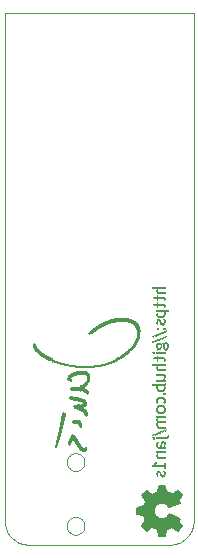
<source format=gbo>
G75*
G70*
%OFA0B0*%
%FSLAX24Y24*%
%IPPOS*%
%LPD*%
%AMOC8*
5,1,8,0,0,1.08239X$1,22.5*
%
%ADD10C,0.0000*%
%ADD11R,0.0003X0.0003*%
%ADD12R,0.0003X0.0008*%
%ADD13R,0.0003X0.0005*%
%ADD14R,0.0003X0.0015*%
%ADD15R,0.0003X0.0020*%
%ADD16R,0.0003X0.0010*%
%ADD17R,0.0003X0.0018*%
%ADD18R,0.0003X0.0067*%
%ADD19R,0.0003X0.0013*%
%ADD20R,0.0003X0.0045*%
%ADD21R,0.0003X0.0077*%
%ADD22R,0.0003X0.0030*%
%ADD23R,0.0003X0.0032*%
%ADD24R,0.0003X0.0022*%
%ADD25R,0.0003X0.0127*%
%ADD26R,0.0003X0.0140*%
%ADD27R,0.0003X0.0025*%
%ADD28R,0.0003X0.0043*%
%ADD29R,0.0003X0.0053*%
%ADD30R,0.0003X0.0088*%
%ADD31R,0.0003X0.0035*%
%ADD32R,0.0003X0.0055*%
%ADD33R,0.0003X0.0040*%
%ADD34R,0.0003X0.0080*%
%ADD35R,0.0003X0.0065*%
%ADD36R,0.0003X0.0090*%
%ADD37R,0.0003X0.0143*%
%ADD38R,0.0003X0.0248*%
%ADD39R,0.0003X0.0293*%
%ADD40R,0.0003X0.0257*%
%ADD41R,0.0003X0.0037*%
%ADD42R,0.0003X0.0262*%
%ADD43R,0.0003X0.0027*%
%ADD44R,0.0003X0.0280*%
%ADD45R,0.0003X0.0070*%
%ADD46R,0.0003X0.0440*%
%ADD47R,0.0003X0.0315*%
%ADD48R,0.0003X0.0085*%
%ADD49R,0.0003X0.0330*%
%ADD50R,0.0003X0.0323*%
%ADD51R,0.0003X0.0107*%
%ADD52R,0.0003X0.0057*%
%ADD53R,0.0003X0.0490*%
%ADD54R,0.0003X0.0360*%
%ADD55R,0.0003X0.0512*%
%ADD56R,0.0003X0.0390*%
%ADD57R,0.0003X0.0565*%
%ADD58R,0.0003X0.0325*%
%ADD59R,0.0003X0.0168*%
%ADD60R,0.0003X0.0307*%
%ADD61R,0.0003X0.0152*%
%ADD62R,0.0003X0.0272*%
%ADD63R,0.0003X0.0132*%
%ADD64R,0.0003X0.0147*%
%ADD65R,0.0003X0.0243*%
%ADD66R,0.0003X0.0125*%
%ADD67R,0.0003X0.0240*%
%ADD68R,0.0003X0.0130*%
%ADD69R,0.0003X0.0225*%
%ADD70R,0.0003X0.0083*%
%ADD71R,0.0003X0.0222*%
%ADD72R,0.0003X0.0217*%
%ADD73R,0.0003X0.0120*%
%ADD74R,0.0003X0.0215*%
%ADD75R,0.0003X0.0118*%
%ADD76R,0.0003X0.0205*%
%ADD77R,0.0003X0.0103*%
%ADD78R,0.0003X0.0210*%
%ADD79R,0.0003X0.0097*%
%ADD80R,0.0003X0.0198*%
%ADD81R,0.0003X0.0100*%
%ADD82R,0.0003X0.0190*%
%ADD83R,0.0003X0.0187*%
%ADD84R,0.0003X0.0192*%
%ADD85R,0.0003X0.0170*%
%ADD86R,0.0003X0.0173*%
%ADD87R,0.0003X0.0182*%
%ADD88R,0.0003X0.0180*%
%ADD89R,0.0003X0.0047*%
%ADD90R,0.0003X0.0165*%
%ADD91R,0.0003X0.0163*%
%ADD92R,0.0003X0.0160*%
%ADD93R,0.0003X0.0158*%
%ADD94R,0.0003X0.0155*%
%ADD95R,0.0003X0.0092*%
%ADD96R,0.0003X0.0150*%
%ADD97R,0.0003X0.0105*%
%ADD98R,0.0003X0.0115*%
%ADD99R,0.0003X0.0145*%
%ADD100R,0.0003X0.0138*%
%ADD101R,0.0003X0.0135*%
%ADD102R,0.0003X0.0075*%
%ADD103R,0.0003X0.0063*%
%ADD104R,0.0003X0.0060*%
%ADD105R,0.0003X0.0050*%
%ADD106R,0.0003X0.0123*%
%ADD107R,0.0003X0.0112*%
%ADD108R,0.0003X0.0110*%
%ADD109R,0.0003X0.0073*%
%ADD110R,0.0003X0.0095*%
%ADD111R,0.0003X0.0185*%
%ADD112R,0.0003X0.0208*%
%ADD113R,0.0003X0.0235*%
%ADD114R,0.0003X0.0260*%
%ADD115R,0.0003X0.0267*%
%ADD116R,0.0003X0.0283*%
%ADD117R,0.0003X0.0295*%
%ADD118R,0.0003X0.0302*%
%ADD119R,0.0003X0.0320*%
%ADD120R,0.0003X0.0333*%
%ADD121R,0.0003X0.0338*%
%ADD122R,0.0003X0.0343*%
%ADD123R,0.0003X0.0350*%
%ADD124R,0.0003X0.0355*%
%ADD125R,0.0003X0.0365*%
%ADD126R,0.0003X0.0370*%
%ADD127R,0.0003X0.0375*%
%ADD128R,0.0003X0.0380*%
%ADD129R,0.0003X0.0382*%
%ADD130R,0.0003X0.0393*%
%ADD131R,0.0003X0.0398*%
%ADD132R,0.0003X0.0403*%
%ADD133R,0.0003X0.0405*%
%ADD134R,0.0003X0.0415*%
%ADD135R,0.0003X0.0177*%
%ADD136R,0.0003X0.0175*%
%ADD137R,0.0003X0.0195*%
%ADD138R,0.0003X0.0200*%
%ADD139R,0.0003X0.0203*%
%ADD140R,0.0003X0.0213*%
%ADD141R,0.0003X0.0220*%
%ADD142R,0.0003X0.0227*%
%ADD143R,0.0003X0.0230*%
%ADD144R,0.0003X0.0232*%
%ADD145R,0.0003X0.0238*%
%ADD146R,0.0003X0.0245*%
%ADD147R,0.0003X0.0250*%
%ADD148R,0.0003X0.0253*%
%ADD149R,0.0003X0.0255*%
%ADD150R,0.0003X0.0305*%
%ADD151R,0.0003X0.0318*%
%ADD152R,0.0003X0.0328*%
%ADD153R,0.0003X0.0335*%
%ADD154R,0.0003X0.0340*%
%ADD155R,0.0003X0.0352*%
%ADD156R,0.0003X0.0387*%
%ADD157R,0.0003X0.0410*%
%ADD158R,0.0003X0.0413*%
%ADD159R,0.0003X0.0430*%
%ADD160R,0.0003X0.0432*%
%ADD161R,0.0003X0.0428*%
%ADD162R,0.0003X0.0420*%
%ADD163R,0.0003X0.0435*%
%ADD164R,0.0003X0.0425*%
%ADD165R,0.0003X0.0423*%
%ADD166R,0.0003X0.0418*%
%ADD167R,0.0003X0.0372*%
%ADD168R,0.0003X0.0362*%
%ADD169R,0.0003X0.0348*%
%ADD170R,0.0003X0.0345*%
%ADD171R,0.0003X0.0310*%
%ADD172R,0.0003X0.0300*%
%ADD173R,0.0003X0.0297*%
%ADD174R,0.0003X0.0285*%
%ADD175R,0.0003X0.0278*%
%ADD176R,0.0003X0.0265*%
%ADD177R,0.0010X0.0050*%
%ADD178R,0.0010X0.0040*%
%ADD179R,0.0010X0.0130*%
%ADD180R,0.0010X0.0070*%
%ADD181R,0.0010X0.0180*%
%ADD182R,0.0010X0.0080*%
%ADD183R,0.0010X0.0210*%
%ADD184R,0.0010X0.0090*%
%ADD185R,0.0010X0.0060*%
%ADD186R,0.0010X0.0010*%
%ADD187R,0.0010X0.0030*%
%ADD188R,0.0010X0.0020*%
%ADD189R,0.0010X0.0220*%
%ADD190R,0.0010X0.0100*%
%ADD191R,0.0010X0.0110*%
%ADD192R,0.0010X0.0120*%
%ADD193R,0.0010X0.0140*%
%ADD194R,0.0010X0.0150*%
%ADD195R,0.0010X0.0200*%
%ADD196R,0.0010X0.0170*%
%ADD197R,0.0010X0.0190*%
%ADD198R,0.0010X0.0160*%
%ADD199C,0.0060*%
D10*
X000160Y001700D02*
X000160Y018629D01*
X006459Y018629D01*
X006459Y001700D01*
X006457Y001646D01*
X006452Y001593D01*
X006443Y001540D01*
X006430Y001488D01*
X006414Y001436D01*
X006394Y001386D01*
X006371Y001338D01*
X006344Y001291D01*
X006315Y001246D01*
X006282Y001203D01*
X006247Y001163D01*
X006209Y001125D01*
X006169Y001090D01*
X006126Y001057D01*
X006081Y001028D01*
X006034Y001001D01*
X005986Y000978D01*
X005936Y000958D01*
X005884Y000942D01*
X005832Y000929D01*
X005779Y000920D01*
X005726Y000915D01*
X005672Y000913D01*
X005672Y000912D02*
X000947Y000912D01*
X000947Y000913D02*
X000893Y000915D01*
X000840Y000920D01*
X000787Y000929D01*
X000735Y000942D01*
X000683Y000958D01*
X000633Y000978D01*
X000585Y001001D01*
X000538Y001028D01*
X000493Y001057D01*
X000450Y001090D01*
X000410Y001125D01*
X000372Y001163D01*
X000337Y001203D01*
X000304Y001246D01*
X000275Y001291D01*
X000248Y001338D01*
X000225Y001386D01*
X000205Y001436D01*
X000189Y001488D01*
X000176Y001540D01*
X000167Y001593D01*
X000162Y001646D01*
X000160Y001700D01*
X002227Y001542D02*
X002229Y001576D01*
X002235Y001610D01*
X002245Y001643D01*
X002258Y001674D01*
X002276Y001704D01*
X002296Y001732D01*
X002320Y001757D01*
X002346Y001779D01*
X002374Y001797D01*
X002405Y001813D01*
X002437Y001825D01*
X002471Y001833D01*
X002505Y001837D01*
X002539Y001837D01*
X002573Y001833D01*
X002607Y001825D01*
X002639Y001813D01*
X002669Y001797D01*
X002698Y001779D01*
X002724Y001757D01*
X002748Y001732D01*
X002768Y001704D01*
X002786Y001674D01*
X002799Y001643D01*
X002809Y001610D01*
X002815Y001576D01*
X002817Y001542D01*
X002815Y001508D01*
X002809Y001474D01*
X002799Y001441D01*
X002786Y001410D01*
X002768Y001380D01*
X002748Y001352D01*
X002724Y001327D01*
X002698Y001305D01*
X002670Y001287D01*
X002639Y001271D01*
X002607Y001259D01*
X002573Y001251D01*
X002539Y001247D01*
X002505Y001247D01*
X002471Y001251D01*
X002437Y001259D01*
X002405Y001271D01*
X002374Y001287D01*
X002346Y001305D01*
X002320Y001327D01*
X002296Y001352D01*
X002276Y001380D01*
X002258Y001410D01*
X002245Y001441D01*
X002235Y001474D01*
X002229Y001508D01*
X002227Y001542D01*
X002227Y003668D02*
X002229Y003702D01*
X002235Y003736D01*
X002245Y003769D01*
X002258Y003800D01*
X002276Y003830D01*
X002296Y003858D01*
X002320Y003883D01*
X002346Y003905D01*
X002374Y003923D01*
X002405Y003939D01*
X002437Y003951D01*
X002471Y003959D01*
X002505Y003963D01*
X002539Y003963D01*
X002573Y003959D01*
X002607Y003951D01*
X002639Y003939D01*
X002669Y003923D01*
X002698Y003905D01*
X002724Y003883D01*
X002748Y003858D01*
X002768Y003830D01*
X002786Y003800D01*
X002799Y003769D01*
X002809Y003736D01*
X002815Y003702D01*
X002817Y003668D01*
X002815Y003634D01*
X002809Y003600D01*
X002799Y003567D01*
X002786Y003536D01*
X002768Y003506D01*
X002748Y003478D01*
X002724Y003453D01*
X002698Y003431D01*
X002670Y003413D01*
X002639Y003397D01*
X002607Y003385D01*
X002573Y003377D01*
X002539Y003373D01*
X002505Y003373D01*
X002471Y003377D01*
X002437Y003385D01*
X002405Y003397D01*
X002374Y003413D01*
X002346Y003431D01*
X002320Y003453D01*
X002296Y003478D01*
X002276Y003506D01*
X002258Y003536D01*
X002245Y003567D01*
X002235Y003600D01*
X002229Y003634D01*
X002227Y003668D01*
D11*
X002291Y004302D03*
X002056Y004650D03*
X002038Y004580D03*
X001926Y004437D03*
X001891Y004265D03*
X001883Y004205D03*
X001883Y004137D03*
X002203Y005220D03*
X002448Y005017D03*
X002348Y005802D03*
X002358Y005827D03*
X002376Y006077D03*
X002281Y006417D03*
X002751Y004880D03*
X002963Y005987D03*
X003011Y006467D03*
X003001Y006557D03*
X003828Y006985D03*
X003838Y006990D03*
X003843Y006992D03*
X003846Y006995D03*
X003848Y006995D03*
X003848Y007002D03*
X003871Y007010D03*
X003873Y007010D03*
X003876Y007007D03*
X003878Y007007D03*
X003893Y007017D03*
X003893Y007022D03*
X003898Y007022D03*
X003901Y007030D03*
X003908Y007030D03*
X003911Y007030D03*
X003913Y007035D03*
X003918Y007040D03*
X003916Y007045D03*
X003926Y007045D03*
X003928Y007047D03*
X003931Y007052D03*
X003936Y007045D03*
X003941Y007047D03*
X003943Y007047D03*
X003926Y007040D03*
X003921Y007032D03*
X003886Y007025D03*
X003911Y007085D03*
X003903Y007102D03*
X003941Y007107D03*
X003946Y007082D03*
X003946Y007077D03*
X003938Y007067D03*
X003958Y007062D03*
X003961Y007060D03*
X003963Y007060D03*
X003963Y007067D03*
X003971Y007067D03*
X003973Y007070D03*
X003976Y007065D03*
X003978Y007067D03*
X003981Y007065D03*
X003973Y007062D03*
X003978Y007077D03*
X003976Y007080D03*
X003968Y007080D03*
X003966Y007077D03*
X003966Y007085D03*
X003968Y007085D03*
X003966Y007097D03*
X003973Y007100D03*
X003986Y007092D03*
X003991Y007087D03*
X003988Y007085D03*
X003983Y007082D03*
X003986Y007072D03*
X003991Y007075D03*
X004001Y007087D03*
X004008Y007090D03*
X004008Y007095D03*
X004008Y007100D03*
X004013Y007100D03*
X004021Y007095D03*
X004026Y007095D03*
X004028Y007095D03*
X004026Y007102D03*
X004028Y007105D03*
X004031Y007102D03*
X004036Y007105D03*
X004038Y007107D03*
X004036Y007112D03*
X004038Y007117D03*
X004038Y007122D03*
X004043Y007115D03*
X004046Y007105D03*
X004056Y007112D03*
X004053Y007120D03*
X004056Y007125D03*
X004058Y007127D03*
X004061Y007127D03*
X004061Y007122D03*
X004066Y007127D03*
X004068Y007130D03*
X004071Y007127D03*
X004073Y007125D03*
X004073Y007130D03*
X004076Y007130D03*
X004076Y007140D03*
X004076Y007145D03*
X004073Y007145D03*
X004073Y007150D03*
X004076Y007152D03*
X004076Y007157D03*
X004068Y007152D03*
X004078Y007147D03*
X004083Y007145D03*
X004086Y007142D03*
X004091Y007145D03*
X004096Y007147D03*
X004096Y007152D03*
X004093Y007155D03*
X004091Y007162D03*
X004096Y007162D03*
X004091Y007167D03*
X004091Y007172D03*
X004088Y007172D03*
X004086Y007162D03*
X004101Y007155D03*
X004103Y007155D03*
X004113Y007160D03*
X004108Y007167D03*
X004113Y007180D03*
X004113Y007185D03*
X004111Y007190D03*
X004118Y007187D03*
X004126Y007187D03*
X004126Y007182D03*
X004131Y007177D03*
X004128Y007175D03*
X004131Y007170D03*
X004121Y007152D03*
X004118Y007152D03*
X004126Y007150D03*
X004101Y007140D03*
X004073Y007120D03*
X004071Y007115D03*
X004056Y007130D03*
X004028Y007110D03*
X003998Y007102D03*
X003993Y007092D03*
X003988Y007152D03*
X004071Y007200D03*
X004078Y007202D03*
X004088Y007212D03*
X004098Y007212D03*
X004098Y007217D03*
X004101Y007222D03*
X004113Y007222D03*
X004113Y007227D03*
X004116Y007227D03*
X004123Y007222D03*
X004121Y007210D03*
X004121Y007205D03*
X004123Y007205D03*
X004128Y007207D03*
X004136Y007215D03*
X004138Y007220D03*
X004138Y007225D03*
X004138Y007230D03*
X004143Y007222D03*
X004146Y007212D03*
X004141Y007207D03*
X004133Y007197D03*
X004138Y007195D03*
X004141Y007192D03*
X004143Y007195D03*
X004146Y007192D03*
X004153Y007185D03*
X004168Y007200D03*
X004166Y007205D03*
X004163Y007210D03*
X004161Y007215D03*
X004156Y007217D03*
X004156Y007207D03*
X004158Y007227D03*
X004156Y007232D03*
X004156Y007237D03*
X004161Y007237D03*
X004171Y007230D03*
X004176Y007232D03*
X004176Y007237D03*
X004181Y007240D03*
X004186Y007240D03*
X004186Y007235D03*
X004196Y007235D03*
X004203Y007230D03*
X004213Y007237D03*
X004218Y007232D03*
X004226Y007250D03*
X004223Y007257D03*
X004228Y007260D03*
X004233Y007260D03*
X004236Y007262D03*
X004238Y007262D03*
X004241Y007260D03*
X004236Y007257D03*
X004236Y007250D03*
X004233Y007245D03*
X004248Y007257D03*
X004251Y007260D03*
X004253Y007267D03*
X004248Y007267D03*
X004248Y007275D03*
X004246Y007275D03*
X004248Y007280D03*
X004251Y007280D03*
X004243Y007280D03*
X004233Y007270D03*
X004228Y007270D03*
X004223Y007267D03*
X004213Y007282D03*
X004213Y007287D03*
X004201Y007270D03*
X004191Y007265D03*
X004188Y007265D03*
X004188Y007260D03*
X004186Y007255D03*
X004183Y007252D03*
X004176Y007247D03*
X004173Y007245D03*
X004193Y007245D03*
X004198Y007245D03*
X004203Y007247D03*
X004208Y007255D03*
X004186Y007280D03*
X004176Y007270D03*
X004151Y007245D03*
X004143Y007252D03*
X004138Y007245D03*
X004128Y007237D03*
X004121Y007235D03*
X004126Y007192D03*
X004128Y007192D03*
X004098Y007187D03*
X004096Y007195D03*
X004173Y007220D03*
X004176Y007225D03*
X004181Y007225D03*
X004176Y007212D03*
X004198Y007217D03*
X004253Y007252D03*
X004258Y007267D03*
X004266Y007277D03*
X004268Y007277D03*
X004266Y007282D03*
X004261Y007280D03*
X004263Y007290D03*
X004273Y007290D03*
X004273Y007285D03*
X004281Y007285D03*
X004281Y007290D03*
X004283Y007290D03*
X004286Y007287D03*
X004288Y007290D03*
X004293Y007290D03*
X004296Y007287D03*
X004296Y007280D03*
X004288Y007277D03*
X004286Y007277D03*
X004283Y007280D03*
X004296Y007295D03*
X004303Y007297D03*
X004301Y007302D03*
X004306Y007290D03*
X004283Y007300D03*
X004281Y007317D03*
X004291Y007320D03*
X004298Y007320D03*
X004306Y007315D03*
X004313Y007317D03*
X004316Y007317D03*
X004318Y007317D03*
X004321Y007312D03*
X004326Y007315D03*
X004323Y007320D03*
X004321Y007322D03*
X004316Y007330D03*
X004316Y007335D03*
X004318Y007335D03*
X004316Y007340D03*
X004321Y007340D03*
X004323Y007350D03*
X004333Y007352D03*
X004338Y007352D03*
X004338Y007347D03*
X004338Y007340D03*
X004336Y007340D03*
X004336Y007335D03*
X004333Y007330D03*
X004338Y007322D03*
X004336Y007320D03*
X004351Y007340D03*
X004348Y007342D03*
X004348Y007350D03*
X004346Y007352D03*
X004346Y007357D03*
X004341Y007357D03*
X004338Y007357D03*
X004346Y007370D03*
X004346Y007377D03*
X004348Y007377D03*
X004343Y007377D03*
X004341Y007377D03*
X004338Y007380D03*
X004338Y007385D03*
X004341Y007392D03*
X004348Y007397D03*
X004341Y007405D03*
X004348Y007412D03*
X004348Y007417D03*
X004356Y007415D03*
X004358Y007415D03*
X004361Y007417D03*
X004361Y007412D03*
X004361Y007407D03*
X004366Y007402D03*
X004366Y007397D03*
X004368Y007397D03*
X004371Y007400D03*
X004378Y007392D03*
X004386Y007395D03*
X004388Y007400D03*
X004391Y007407D03*
X004396Y007407D03*
X004398Y007405D03*
X004403Y007410D03*
X004406Y007412D03*
X004408Y007412D03*
X004406Y007407D03*
X004413Y007407D03*
X004416Y007407D03*
X004416Y007412D03*
X004418Y007415D03*
X004421Y007415D03*
X004418Y007420D03*
X004416Y007430D03*
X004416Y007435D03*
X004416Y007440D03*
X004421Y007437D03*
X004431Y007427D03*
X004433Y007427D03*
X004428Y007425D03*
X004436Y007422D03*
X004446Y007420D03*
X004451Y007430D03*
X004453Y007430D03*
X004456Y007432D03*
X004443Y007432D03*
X004438Y007445D03*
X004453Y007447D03*
X004453Y007452D03*
X004458Y007447D03*
X004461Y007445D03*
X004466Y007450D03*
X004471Y007450D03*
X004471Y007455D03*
X004476Y007457D03*
X004481Y007460D03*
X004481Y007465D03*
X004478Y007470D03*
X004471Y007475D03*
X004496Y007480D03*
X004496Y007485D03*
X004508Y007490D03*
X004508Y007500D03*
X004508Y007505D03*
X004513Y007502D03*
X004516Y007505D03*
X004521Y007515D03*
X004516Y007525D03*
X004508Y007517D03*
X004531Y007540D03*
X004531Y007545D03*
X004531Y007550D03*
X004536Y007550D03*
X004538Y007552D03*
X004541Y007557D03*
X004543Y007557D03*
X004548Y007555D03*
X004546Y007565D03*
X004543Y007570D03*
X004538Y007567D03*
X004536Y007572D03*
X004528Y007570D03*
X004528Y007562D03*
X004531Y007557D03*
X004528Y007555D03*
X004523Y007577D03*
X004521Y007585D03*
X004513Y007605D03*
X004513Y007612D03*
X004511Y007625D03*
X004513Y007635D03*
X004523Y007645D03*
X004523Y007650D03*
X004528Y007660D03*
X004531Y007660D03*
X004531Y007665D03*
X004536Y007677D03*
X004538Y007680D03*
X004543Y007692D03*
X004548Y007657D03*
X004543Y007652D03*
X004551Y007650D03*
X004558Y007650D03*
X004558Y007655D03*
X004558Y007645D03*
X004561Y007640D03*
X004563Y007640D03*
X004566Y007642D03*
X004568Y007645D03*
X004571Y007650D03*
X004571Y007655D03*
X004573Y007657D03*
X004578Y007662D03*
X004581Y007655D03*
X004586Y007650D03*
X004583Y007647D03*
X004573Y007642D03*
X004571Y007637D03*
X004568Y007637D03*
X004566Y007635D03*
X004561Y007635D03*
X004556Y007632D03*
X004553Y007632D03*
X004551Y007632D03*
X004548Y007622D03*
X004551Y007620D03*
X004551Y007615D03*
X004546Y007615D03*
X004546Y007610D03*
X004546Y007605D03*
X004553Y007600D03*
X004556Y007595D03*
X004558Y007597D03*
X004556Y007590D03*
X004553Y007590D03*
X004551Y007590D03*
X004543Y007595D03*
X004543Y007582D03*
X004546Y007582D03*
X004553Y007575D03*
X004556Y007575D03*
X004558Y007580D03*
X004561Y007580D03*
X004558Y007585D03*
X004563Y007575D03*
X004573Y007600D03*
X004568Y007622D03*
X004571Y007627D03*
X004571Y007632D03*
X004573Y007635D03*
X004588Y007632D03*
X004583Y007622D03*
X004593Y007657D03*
X004593Y007662D03*
X004591Y007665D03*
X004593Y007667D03*
X004596Y007670D03*
X004598Y007670D03*
X004606Y007670D03*
X004608Y007680D03*
X004608Y007685D03*
X004606Y007687D03*
X004608Y007690D03*
X004611Y007690D03*
X004613Y007692D03*
X004616Y007695D03*
X004618Y007697D03*
X004621Y007702D03*
X004623Y007702D03*
X004621Y007710D03*
X004621Y007715D03*
X004623Y007717D03*
X004626Y007717D03*
X004626Y007712D03*
X004633Y007715D03*
X004638Y007717D03*
X004628Y007725D03*
X004618Y007725D03*
X004613Y007715D03*
X004598Y007712D03*
X004608Y007700D03*
X004613Y007687D03*
X004591Y007692D03*
X004588Y007690D03*
X004641Y007730D03*
X004638Y007735D03*
X004641Y007737D03*
X004643Y007747D03*
X004646Y007750D03*
X004643Y007757D03*
X004641Y007757D03*
X004636Y007757D03*
X004636Y007762D03*
X004641Y007765D03*
X004643Y007770D03*
X004646Y007767D03*
X004648Y007762D03*
X004646Y007760D03*
X004651Y007770D03*
X004653Y007772D03*
X004648Y007780D03*
X004648Y007787D03*
X004641Y007787D03*
X004638Y007792D03*
X004641Y007800D03*
X004643Y007802D03*
X004648Y007802D03*
X004653Y007797D03*
X004651Y007795D03*
X004648Y007812D03*
X004648Y007820D03*
X004646Y007825D03*
X004643Y007830D03*
X004641Y007832D03*
X004641Y007837D03*
X004636Y007840D03*
X004648Y007847D03*
X004643Y007855D03*
X004653Y007857D03*
X004653Y007862D03*
X004648Y007870D03*
X004648Y007877D03*
X004643Y007882D03*
X004643Y007890D03*
X004646Y007890D03*
X004648Y007897D03*
X004653Y007892D03*
X004656Y007895D03*
X004656Y007902D03*
X004656Y007907D03*
X004656Y007912D03*
X004663Y007907D03*
X004668Y007910D03*
X004668Y007917D03*
X004661Y007922D03*
X004656Y007925D03*
X004658Y007930D03*
X004656Y007935D03*
X004653Y007935D03*
X004663Y007940D03*
X004666Y007940D03*
X004666Y007945D03*
X004668Y007947D03*
X004671Y007947D03*
X004678Y007950D03*
X004663Y007962D03*
X004658Y007960D03*
X004656Y007957D03*
X004658Y007952D03*
X004658Y007965D03*
X004656Y007970D03*
X004663Y007977D03*
X004666Y007980D03*
X004668Y007985D03*
X004663Y007995D03*
X004658Y007995D03*
X004658Y008000D03*
X004661Y008000D03*
X004661Y008005D03*
X004658Y008005D03*
X004666Y008002D03*
X004668Y008007D03*
X004673Y008012D03*
X004676Y008007D03*
X004678Y007997D03*
X004673Y007997D03*
X004678Y007990D03*
X004681Y007990D03*
X004683Y007990D03*
X004683Y007997D03*
X004686Y007997D03*
X004688Y007997D03*
X004678Y007982D03*
X004673Y007970D03*
X004668Y007967D03*
X004648Y007920D03*
X004646Y007915D03*
X004646Y007910D03*
X004633Y007890D03*
X004631Y007890D03*
X004641Y007875D03*
X004661Y007882D03*
X004666Y007882D03*
X004668Y007885D03*
X004666Y007887D03*
X004666Y007877D03*
X004663Y007877D03*
X004666Y007857D03*
X004658Y007850D03*
X004656Y007852D03*
X004668Y007845D03*
X004658Y007832D03*
X004653Y007827D03*
X004651Y007827D03*
X004663Y007825D03*
X004638Y007812D03*
X004631Y007810D03*
X004638Y007775D03*
X004633Y007770D03*
X004633Y007750D03*
X004631Y007745D03*
X004596Y007862D03*
X004598Y007877D03*
X004601Y007885D03*
X004598Y007920D03*
X004598Y007932D03*
X004671Y007897D03*
X004678Y008020D03*
X004676Y008025D03*
X004668Y008030D03*
X004673Y008035D03*
X004671Y008037D03*
X004676Y008035D03*
X004678Y008042D03*
X004676Y008050D03*
X004676Y008055D03*
X004678Y008057D03*
X004683Y008050D03*
X004688Y008037D03*
X004678Y008067D03*
X004676Y008072D03*
X004678Y008075D03*
X004673Y008077D03*
X004676Y008082D03*
X004673Y008085D03*
X004676Y008087D03*
X004683Y008087D03*
X004681Y008080D03*
X004668Y008097D03*
X004668Y008102D03*
X004671Y008110D03*
X004668Y008117D03*
X004668Y008122D03*
X004663Y008130D03*
X004658Y008130D03*
X004663Y008135D03*
X004663Y008142D03*
X004661Y008147D03*
X004658Y008152D03*
X004651Y008150D03*
X004648Y008165D03*
X004646Y008187D03*
X004643Y008187D03*
X004638Y008195D03*
X004631Y008200D03*
X004631Y008207D03*
X004633Y008207D03*
X004618Y008220D03*
X004616Y008217D03*
X004613Y008220D03*
X004616Y008245D03*
X004643Y008095D03*
X004678Y008102D03*
X004541Y007640D03*
X004523Y007620D03*
X004498Y007592D03*
X004426Y007412D03*
X004413Y007402D03*
X004406Y007417D03*
X004396Y007420D03*
X004393Y007412D03*
X004383Y007407D03*
X004378Y007412D03*
X004378Y007420D03*
X004373Y007442D03*
X004363Y007387D03*
X004356Y007387D03*
X004358Y007377D03*
X004363Y007375D03*
X004366Y007375D03*
X004368Y007375D03*
X004368Y007382D03*
X004376Y007377D03*
X004376Y007372D03*
X004368Y007367D03*
X004361Y007357D03*
X004356Y007360D03*
X004351Y007365D03*
X004351Y007350D03*
X004346Y007382D03*
X004331Y007392D03*
X004331Y007397D03*
X004333Y007397D03*
X004326Y007397D03*
X004323Y007370D03*
X004306Y007367D03*
X004311Y007327D03*
X004241Y007322D03*
X004383Y007380D03*
X004388Y007377D03*
X004393Y007367D03*
X003853Y007082D03*
D12*
X003911Y007045D03*
X003908Y007037D03*
X003906Y007037D03*
X003933Y007052D03*
X003936Y007052D03*
X003938Y007060D03*
X003941Y007060D03*
X003948Y007065D03*
X003941Y007070D03*
X003938Y007077D03*
X003951Y007087D03*
X003958Y007070D03*
X003966Y007070D03*
X003968Y007070D03*
X003971Y007087D03*
X003973Y007092D03*
X004001Y007095D03*
X004006Y007092D03*
X004018Y007100D03*
X004021Y007102D03*
X004026Y007112D03*
X004056Y007137D03*
X004071Y007135D03*
X004088Y007165D03*
X004093Y007172D03*
X004096Y007177D03*
X004101Y007175D03*
X004103Y007175D03*
X004108Y007180D03*
X004118Y007180D03*
X004116Y007190D03*
X004096Y007187D03*
X004078Y007177D03*
X004136Y007207D03*
X004141Y007215D03*
X004136Y007222D03*
X004141Y007227D03*
X004141Y007240D03*
X004143Y007245D03*
X004146Y007242D03*
X004151Y007237D03*
X004171Y007240D03*
X004173Y007252D03*
X004176Y007257D03*
X004181Y007260D03*
X004183Y007260D03*
X004186Y007262D03*
X004183Y007270D03*
X004186Y007272D03*
X004188Y007272D03*
X004203Y007277D03*
X004198Y007285D03*
X004201Y007287D03*
X004211Y007260D03*
X004213Y007257D03*
X004183Y007235D03*
X004181Y007232D03*
X004166Y007252D03*
X004246Y007285D03*
X004256Y007282D03*
X004286Y007302D03*
X004288Y007302D03*
X004296Y007302D03*
X004281Y007310D03*
X004291Y007327D03*
X004306Y007360D03*
X004313Y007362D03*
X004308Y007375D03*
X004331Y007385D03*
X004341Y007385D03*
X004343Y007385D03*
X004353Y007390D03*
X004348Y007405D03*
X004343Y007407D03*
X004341Y007370D03*
X004348Y007367D03*
X004336Y007355D03*
X004328Y007352D03*
X004328Y007342D03*
X004333Y007340D03*
X004341Y007347D03*
X004381Y007420D03*
X004383Y007427D03*
X004388Y007427D03*
X004391Y007435D03*
X004396Y007430D03*
X004408Y007422D03*
X004398Y007412D03*
X004423Y007430D03*
X004426Y007427D03*
X004448Y007452D03*
X004476Y007465D03*
X004488Y007470D03*
X004518Y007512D03*
X004521Y007525D03*
X004528Y007530D03*
X004533Y007557D03*
X004536Y007557D03*
X004541Y007565D03*
X004526Y007567D03*
X004538Y007600D03*
X004541Y007622D03*
X004546Y007622D03*
X004546Y007632D03*
X004541Y007632D03*
X004533Y007637D03*
X004541Y007647D03*
X004528Y007650D03*
X004516Y007632D03*
X004493Y007597D03*
X004563Y007627D03*
X004566Y007657D03*
X004558Y007662D03*
X004576Y007655D03*
X004586Y007665D03*
X004603Y007685D03*
X004606Y007697D03*
X004608Y007712D03*
X004616Y007712D03*
X004621Y007725D03*
X004631Y007737D03*
X004636Y007735D03*
X004636Y007745D03*
X004626Y007742D03*
X004621Y007757D03*
X004641Y007780D03*
X004638Y007785D03*
X004628Y007800D03*
X004628Y007822D03*
X004641Y007845D03*
X004646Y007857D03*
X004648Y007857D03*
X004651Y007857D03*
X004641Y007867D03*
X004633Y007882D03*
X004638Y007890D03*
X004626Y007890D03*
X004638Y007902D03*
X004653Y007905D03*
X004651Y007887D03*
X004643Y007927D03*
X004656Y007950D03*
X004668Y007957D03*
X004663Y007970D03*
X004661Y007972D03*
X004653Y007975D03*
X004653Y007965D03*
X004663Y008002D03*
X004666Y008010D03*
X004671Y008007D03*
X004676Y008017D03*
X004663Y008020D03*
X004643Y008005D03*
X004676Y008042D03*
X004686Y008050D03*
X004676Y008062D03*
X004676Y008110D03*
X004673Y008112D03*
X004668Y008110D03*
X004663Y008115D03*
X004651Y008175D03*
X004648Y008175D03*
X004648Y008187D03*
X004598Y007885D03*
X004383Y007440D03*
X003946Y007127D03*
X002991Y007950D03*
X002988Y007950D03*
X002986Y007950D03*
X002978Y007945D03*
X002971Y007942D03*
X002928Y006450D03*
X002378Y006077D03*
X002751Y004865D03*
D13*
X002751Y004848D03*
X002481Y005488D03*
X002446Y004976D03*
X002181Y005136D03*
X002093Y005231D03*
X002053Y005023D03*
X001913Y004383D03*
X001881Y004178D03*
X002291Y004256D03*
X002288Y004273D03*
X002381Y004283D03*
X002896Y005558D03*
X002911Y005596D03*
X002971Y005953D03*
X002961Y005988D03*
X002278Y006448D03*
X002981Y007946D03*
X002983Y007948D03*
X003811Y006978D03*
X003863Y007003D03*
X003876Y007013D03*
X003886Y007018D03*
X003896Y007023D03*
X003903Y007026D03*
X003906Y007028D03*
X003903Y007033D03*
X003911Y007036D03*
X003923Y007036D03*
X003921Y007048D03*
X003926Y007051D03*
X003938Y007051D03*
X003951Y007066D03*
X003961Y007071D03*
X003968Y007091D03*
X003986Y007086D03*
X003996Y007096D03*
X003998Y007093D03*
X004006Y007106D03*
X004013Y007111D03*
X004016Y007108D03*
X004033Y007103D03*
X004033Y007113D03*
X004048Y007116D03*
X004051Y007121D03*
X004061Y007133D03*
X004068Y007141D03*
X004073Y007136D03*
X004078Y007141D03*
X004081Y007143D03*
X004083Y007151D03*
X004086Y007151D03*
X004088Y007153D03*
X004083Y007161D03*
X004083Y007171D03*
X004091Y007178D03*
X004096Y007168D03*
X004103Y007166D03*
X004106Y007166D03*
X004101Y007183D03*
X004106Y007186D03*
X004108Y007188D03*
X004113Y007193D03*
X004111Y007196D03*
X004123Y007196D03*
X004123Y007186D03*
X004136Y007198D03*
X004126Y007208D03*
X004138Y007213D03*
X004156Y007226D03*
X004161Y007231D03*
X004158Y007233D03*
X004166Y007238D03*
X004173Y007238D03*
X004181Y007246D03*
X004178Y007253D03*
X004166Y007261D03*
X004163Y007253D03*
X004156Y007253D03*
X004153Y007248D03*
X004148Y007243D03*
X004138Y007238D03*
X004131Y007241D03*
X004118Y007226D03*
X004116Y007221D03*
X004108Y007223D03*
X004096Y007213D03*
X004071Y007151D03*
X003978Y007146D03*
X003938Y007116D03*
X003923Y007116D03*
X003943Y007098D03*
X004003Y007078D03*
X003881Y007033D03*
X004191Y007246D03*
X004196Y007253D03*
X004203Y007268D03*
X004206Y007276D03*
X004201Y007278D03*
X004193Y007278D03*
X004213Y007273D03*
X004213Y007266D03*
X004226Y007258D03*
X004223Y007251D03*
X004216Y007251D03*
X004228Y007246D03*
X004243Y007258D03*
X004241Y007281D03*
X004263Y007283D03*
X004268Y007288D03*
X004276Y007291D03*
X004281Y007301D03*
X004288Y007311D03*
X004293Y007313D03*
X004296Y007313D03*
X004298Y007311D03*
X004301Y007311D03*
X004303Y007311D03*
X004303Y007303D03*
X004311Y007308D03*
X004311Y007318D03*
X004313Y007323D03*
X004311Y007333D03*
X004321Y007333D03*
X004326Y007333D03*
X004328Y007331D03*
X004341Y007331D03*
X004343Y007338D03*
X004343Y007348D03*
X004351Y007358D03*
X004333Y007361D03*
X004336Y007368D03*
X004348Y007383D03*
X004353Y007381D03*
X004351Y007388D03*
X004351Y007398D03*
X004343Y007398D03*
X004341Y007398D03*
X004338Y007403D03*
X004333Y007403D03*
X004346Y007408D03*
X004356Y007421D03*
X004358Y007421D03*
X004361Y007423D03*
X004371Y007436D03*
X004388Y007436D03*
X004391Y007426D03*
X004391Y007418D03*
X004393Y007418D03*
X004388Y007418D03*
X004386Y007416D03*
X004383Y007418D03*
X004381Y007408D03*
X004378Y007403D03*
X004373Y007398D03*
X004373Y007408D03*
X004388Y007408D03*
X004396Y007413D03*
X004401Y007411D03*
X004393Y007398D03*
X004373Y007383D03*
X004371Y007383D03*
X004371Y007376D03*
X004361Y007373D03*
X004361Y007383D03*
X004363Y007393D03*
X004316Y007386D03*
X004313Y007353D03*
X004298Y007326D03*
X004293Y007328D03*
X004293Y007321D03*
X004296Y007321D03*
X004283Y007323D03*
X004273Y007278D03*
X004266Y007271D03*
X004263Y007271D03*
X004211Y007231D03*
X004383Y007448D03*
X004386Y007453D03*
X004413Y007426D03*
X004416Y007421D03*
X004423Y007421D03*
X004426Y007436D03*
X004436Y007431D03*
X004438Y007436D03*
X004448Y007443D03*
X004458Y007453D03*
X004456Y007456D03*
X004461Y007461D03*
X004466Y007458D03*
X004486Y007471D03*
X004486Y007478D03*
X004496Y007491D03*
X004503Y007496D03*
X004508Y007511D03*
X004516Y007511D03*
X004516Y007518D03*
X004536Y007533D03*
X004526Y007558D03*
X004531Y007566D03*
X004523Y007571D03*
X004528Y007576D03*
X004526Y007578D03*
X004523Y007586D03*
X004533Y007588D03*
X004536Y007586D03*
X004538Y007586D03*
X004543Y007588D03*
X004546Y007588D03*
X004548Y007586D03*
X004546Y007596D03*
X004528Y007601D03*
X004538Y007621D03*
X004548Y007631D03*
X004556Y007626D03*
X004561Y007616D03*
X004556Y007613D03*
X004568Y007628D03*
X004556Y007638D03*
X004546Y007641D03*
X004533Y007646D03*
X004536Y007668D03*
X004548Y007663D03*
X004566Y007648D03*
X004583Y007663D03*
X004588Y007663D03*
X004593Y007676D03*
X004593Y007686D03*
X004591Y007698D03*
X004603Y007696D03*
X004611Y007696D03*
X004618Y007706D03*
X004631Y007708D03*
X004631Y007723D03*
X004633Y007728D03*
X004633Y007736D03*
X004633Y007743D03*
X004638Y007743D03*
X004626Y007733D03*
X004618Y007731D03*
X004618Y007738D03*
X004623Y007723D03*
X004613Y007721D03*
X004611Y007681D03*
X004613Y007676D03*
X004606Y007676D03*
X004603Y007673D03*
X004638Y007763D03*
X004636Y007768D03*
X004641Y007771D03*
X004646Y007778D03*
X004646Y007786D03*
X004643Y007788D03*
X004641Y007793D03*
X004648Y007793D03*
X004651Y007788D03*
X004646Y007806D03*
X004641Y007806D03*
X004643Y007811D03*
X004641Y007816D03*
X004638Y007818D03*
X004641Y007823D03*
X004643Y007823D03*
X004648Y007828D03*
X004646Y007833D03*
X004653Y007836D03*
X004651Y007821D03*
X004646Y007816D03*
X004628Y007808D03*
X004621Y007791D03*
X004633Y007836D03*
X004641Y007858D03*
X004653Y007876D03*
X004661Y007893D03*
X004661Y007908D03*
X004658Y007908D03*
X004653Y007913D03*
X004648Y007913D03*
X004643Y007918D03*
X004648Y007926D03*
X004653Y007923D03*
X004648Y007933D03*
X004641Y007928D03*
X004658Y007946D03*
X004661Y007943D03*
X004661Y007951D03*
X004656Y007963D03*
X004658Y007976D03*
X004663Y007988D03*
X004666Y007991D03*
X004668Y007991D03*
X004676Y007988D03*
X004656Y007996D03*
X004661Y008011D03*
X004663Y008011D03*
X004668Y008016D03*
X004671Y008016D03*
X004673Y008023D03*
X004668Y008023D03*
X004673Y008061D03*
X004673Y008068D03*
X004663Y008078D03*
X004671Y008086D03*
X004673Y008091D03*
X004676Y008098D03*
X004671Y008101D03*
X004663Y008103D03*
X004663Y008123D03*
X004666Y008123D03*
X004653Y008131D03*
X004658Y008136D03*
X004653Y008138D03*
X004656Y008146D03*
X004656Y008153D03*
X004651Y008156D03*
X004653Y008158D03*
X004651Y008163D03*
X004646Y008176D03*
X004643Y008181D03*
X004628Y008198D03*
X004631Y008213D03*
X004591Y008278D03*
X004678Y008083D03*
X004673Y007963D03*
X004536Y007578D03*
X004516Y007568D03*
D14*
X004521Y007573D03*
X004521Y007596D03*
X004543Y007608D03*
X004538Y007651D03*
X004533Y007658D03*
X004538Y007668D03*
X004543Y007678D03*
X004588Y007678D03*
X004633Y007803D03*
X004633Y007823D03*
X004636Y007906D03*
X004643Y007906D03*
X004666Y007956D03*
X004671Y007958D03*
X004661Y007988D03*
X004668Y008043D03*
X004673Y008046D03*
X004663Y008091D03*
X004661Y008116D03*
X004621Y008208D03*
X004558Y008308D03*
X004511Y007528D03*
X004513Y007516D03*
X004406Y007431D03*
X004401Y007431D03*
X004386Y007428D03*
X004361Y007396D03*
X004353Y007403D03*
X004326Y007346D03*
X004306Y007346D03*
X004266Y007293D03*
X004178Y007266D03*
X004101Y007211D03*
X004098Y007198D03*
X004078Y007191D03*
X004058Y007141D03*
X003961Y007083D03*
X003956Y007091D03*
X003948Y007081D03*
X003946Y007061D03*
X003921Y007061D03*
X003908Y007051D03*
X003881Y007021D03*
X003041Y007931D03*
X003038Y007931D03*
X003033Y007928D03*
X003031Y007926D03*
X003043Y007936D03*
X003011Y007911D03*
X002483Y005491D03*
D15*
X003018Y007916D03*
X003053Y007948D03*
X003061Y007953D03*
X003063Y007956D03*
X003911Y007098D03*
X003926Y007108D03*
X003941Y007093D03*
X003933Y007068D03*
X004048Y007131D03*
X004068Y007186D03*
X004108Y007208D03*
X004113Y007208D03*
X004116Y007206D03*
X004128Y007223D03*
X004198Y007268D03*
X004276Y007306D03*
X004298Y007341D03*
X004293Y007356D03*
X004298Y007363D03*
X004331Y007368D03*
X004356Y007401D03*
X004378Y007438D03*
X004388Y007451D03*
X004391Y007451D03*
X004523Y007556D03*
X004531Y007646D03*
X004541Y007663D03*
X004606Y007716D03*
X004621Y007741D03*
X004633Y007783D03*
X004626Y007906D03*
X004638Y007918D03*
X004651Y007911D03*
X004668Y008063D03*
X004671Y008063D03*
X004658Y008113D03*
X004616Y008231D03*
X004618Y008233D03*
D16*
X004628Y008216D03*
X004648Y008156D03*
X004653Y008148D03*
X004666Y008111D03*
X004671Y008046D03*
X004661Y008021D03*
X004658Y007986D03*
X004663Y007951D03*
X004646Y007923D03*
X004641Y007918D03*
X004641Y007906D03*
X004631Y007911D03*
X004628Y007923D03*
X004631Y007898D03*
X004636Y007891D03*
X004646Y007881D03*
X004643Y007871D03*
X004646Y007868D03*
X004658Y007898D03*
X004638Y007803D03*
X004643Y007778D03*
X004633Y007761D03*
X004631Y007758D03*
X004638Y007753D03*
X004641Y007748D03*
X004618Y007748D03*
X004611Y007721D03*
X004618Y007716D03*
X004593Y007701D03*
X004541Y007681D03*
X004551Y007641D03*
X004538Y007611D03*
X004528Y007586D03*
X004531Y007581D03*
X004533Y007546D03*
X004541Y007546D03*
X004513Y007546D03*
X004511Y007513D03*
X004456Y007446D03*
X004421Y007428D03*
X004418Y007428D03*
X004393Y007428D03*
X004386Y007443D03*
X004353Y007418D03*
X004363Y007403D03*
X004338Y007393D03*
X004338Y007371D03*
X004306Y007376D03*
X004293Y007338D03*
X004291Y007338D03*
X004306Y007331D03*
X004308Y007323D03*
X004291Y007308D03*
X004291Y007296D03*
X004213Y007296D03*
X004208Y007288D03*
X004203Y007288D03*
X004196Y007276D03*
X004191Y007278D03*
X004196Y007263D03*
X004201Y007261D03*
X004203Y007258D03*
X004191Y007256D03*
X004173Y007263D03*
X004161Y007253D03*
X004163Y007241D03*
X004148Y007231D03*
X004143Y007233D03*
X004133Y007218D03*
X004123Y007213D03*
X004133Y007206D03*
X004138Y007203D03*
X004143Y007213D03*
X004123Y007231D03*
X004096Y007203D03*
X004101Y007193D03*
X004103Y007186D03*
X004106Y007176D03*
X004076Y007168D03*
X004078Y007161D03*
X004041Y007178D03*
X004023Y007123D03*
X004023Y007111D03*
X004018Y007111D03*
X003961Y007106D03*
X003963Y007093D03*
X003963Y007078D03*
X003951Y007076D03*
X003943Y007088D03*
X003941Y007118D03*
X003943Y007123D03*
X003906Y007048D03*
X003901Y007038D03*
X004508Y007618D03*
X004556Y008311D03*
X002911Y005613D03*
X002373Y006106D03*
D17*
X002413Y006380D03*
X003013Y007915D03*
X003016Y007915D03*
X003023Y007925D03*
X003026Y007925D03*
X003028Y007925D03*
X003036Y007930D03*
X003051Y007942D03*
X003878Y007020D03*
X003943Y007060D03*
X004068Y007165D03*
X004081Y007157D03*
X004121Y007222D03*
X004133Y007235D03*
X004136Y007237D03*
X004146Y007227D03*
X004171Y007257D03*
X004208Y007272D03*
X004223Y007280D03*
X004228Y007282D03*
X004228Y007302D03*
X004278Y007297D03*
X004278Y007317D03*
X004313Y007340D03*
X004331Y007337D03*
X004313Y007377D03*
X004318Y007380D03*
X004346Y007395D03*
X004376Y007400D03*
X004431Y007440D03*
X004526Y007592D03*
X004536Y007605D03*
X004541Y007607D03*
X004523Y007632D03*
X004548Y007645D03*
X004591Y007680D03*
X004623Y007767D03*
X004631Y007825D03*
X004636Y007825D03*
X004631Y007877D03*
X004656Y007982D03*
X004668Y008085D03*
X004638Y008085D03*
X004646Y008162D03*
X004626Y008217D03*
X004621Y008227D03*
X002291Y004277D03*
X001888Y004235D03*
X001881Y004142D03*
D18*
X002383Y006107D03*
X002396Y006382D03*
X002958Y005960D03*
X003928Y007085D03*
X004503Y007535D03*
X004641Y007967D03*
X004666Y008070D03*
X001136Y007532D03*
D19*
X002416Y006377D03*
X002968Y005957D03*
X003021Y007922D03*
X003046Y007937D03*
X003048Y007937D03*
X002976Y007942D03*
X002973Y007942D03*
X003891Y007020D03*
X003933Y007087D03*
X003943Y007110D03*
X003976Y007097D03*
X004003Y007102D03*
X004031Y007120D03*
X004066Y007140D03*
X004041Y007165D03*
X004093Y007185D03*
X004098Y007172D03*
X004111Y007180D03*
X004121Y007192D03*
X004151Y007222D03*
X004158Y007247D03*
X004178Y007235D03*
X004181Y007272D03*
X004206Y007265D03*
X004206Y007287D03*
X004223Y007297D03*
X004243Y007295D03*
X004283Y007310D03*
X004286Y007315D03*
X004288Y007322D03*
X004296Y007337D03*
X004311Y007345D03*
X004323Y007340D03*
X004323Y007360D03*
X004358Y007390D03*
X004358Y007405D03*
X004351Y007410D03*
X004398Y007467D03*
X004433Y007437D03*
X004471Y007465D03*
X004493Y007480D03*
X004513Y007532D03*
X004521Y007537D03*
X004528Y007545D03*
X004521Y007552D03*
X004533Y007570D03*
X004506Y007597D03*
X004498Y007602D03*
X004506Y007612D03*
X004513Y007622D03*
X004536Y007625D03*
X004543Y007625D03*
X004538Y007635D03*
X004543Y007642D03*
X004553Y007645D03*
X004543Y007662D03*
X004553Y007622D03*
X004623Y007785D03*
X004638Y007832D03*
X004643Y007840D03*
X004641Y007892D03*
X004631Y007930D03*
X004653Y007947D03*
X004653Y007990D03*
X004666Y008022D03*
X004601Y007895D03*
X004613Y008230D03*
X004613Y008245D03*
X004293Y007300D03*
X003956Y007070D03*
D20*
X003921Y007093D03*
X003968Y007118D03*
X004031Y007153D03*
X004066Y007171D03*
X004073Y007176D03*
X004226Y007286D03*
X004238Y007293D03*
X004251Y007308D03*
X004563Y007716D03*
X004663Y008051D03*
X003043Y007996D03*
X003006Y007968D03*
X003003Y007968D03*
X003001Y007966D03*
X002281Y006451D03*
X002963Y005953D03*
X001131Y007536D03*
D21*
X002298Y004275D03*
X002458Y004997D03*
X002493Y005495D03*
X002391Y006110D03*
X002901Y005612D03*
X002743Y004875D03*
X003846Y007040D03*
X003851Y007040D03*
X004646Y008045D03*
X004661Y008067D03*
X004643Y008137D03*
D22*
X004658Y008083D03*
X004633Y007858D03*
X004631Y007851D03*
X004628Y007778D03*
X004561Y007658D03*
X004526Y007538D03*
X004518Y007533D03*
X004401Y007458D03*
X004396Y007453D03*
X004393Y007451D03*
X004326Y007378D03*
X004311Y007368D03*
X004318Y007353D03*
X004276Y007336D03*
X004118Y007206D03*
X004021Y007153D03*
X003911Y007066D03*
D23*
X003913Y007055D03*
X003898Y007042D03*
X004081Y007185D03*
X004091Y007200D03*
X004211Y007282D03*
X004241Y007302D03*
X004283Y007345D03*
X004328Y007380D03*
X004398Y007442D03*
X004548Y007685D03*
X004598Y007692D03*
X004638Y007857D03*
X004636Y007860D03*
X004658Y008050D03*
X004611Y008240D03*
X002966Y005950D03*
X002486Y005492D03*
D24*
X002448Y004980D03*
X002411Y006380D03*
X003056Y007950D03*
X003058Y007952D03*
X003918Y007055D03*
X003936Y007070D03*
X004006Y007122D03*
X004021Y007120D03*
X004033Y007130D03*
X004093Y007205D03*
X004126Y007227D03*
X004153Y007230D03*
X004193Y007262D03*
X004243Y007315D03*
X004291Y007357D03*
X004323Y007385D03*
X004363Y007422D03*
X004373Y007425D03*
X004428Y007495D03*
X004473Y007465D03*
X004516Y007615D03*
X004608Y007732D03*
X004621Y007775D03*
X004626Y007800D03*
X004636Y007927D03*
X004658Y008020D03*
X001128Y007530D03*
D25*
X001146Y007530D03*
X001308Y007340D03*
X001311Y007337D03*
X001316Y007332D03*
X001318Y007330D03*
X001321Y007327D03*
X001326Y007322D03*
X001331Y007317D03*
X001336Y007315D03*
X002381Y006535D03*
X002588Y006110D03*
X002591Y006110D03*
X002593Y006110D03*
X002596Y006110D03*
X002598Y006110D03*
X002746Y005720D03*
X002748Y005720D03*
X002751Y005720D03*
X002766Y005712D03*
X002768Y005712D03*
X002773Y005710D03*
X002911Y005997D03*
X002908Y006000D03*
X002906Y006002D03*
X002921Y005990D03*
X002843Y006225D03*
X002848Y006227D03*
X002851Y006230D03*
X002526Y005497D03*
X002416Y005795D03*
X002413Y005795D03*
X002393Y005800D03*
X002391Y005800D03*
X002388Y005800D03*
X002386Y005800D03*
X002383Y005800D03*
X002598Y005010D03*
X002613Y005002D03*
X002618Y005000D03*
X002621Y005000D03*
X002736Y004880D03*
X002788Y004072D03*
X002791Y004072D03*
X002793Y004070D03*
X002796Y004070D03*
X002846Y004065D03*
X002318Y004297D03*
X004386Y008355D03*
X004388Y008355D03*
X004403Y008347D03*
X004408Y008345D03*
X004413Y008342D03*
X004418Y008340D03*
X004421Y008340D03*
X004423Y008337D03*
X004426Y008337D03*
X004618Y007820D03*
X004611Y007795D03*
X004653Y008062D03*
X004656Y008065D03*
D26*
X004651Y008076D03*
X004586Y007741D03*
X004473Y008311D03*
X004468Y008313D03*
X004466Y008313D03*
X002908Y006603D03*
X002903Y006288D03*
X002901Y006281D03*
X002888Y006268D03*
X002798Y005691D03*
X002773Y005406D03*
X002778Y005403D03*
X002793Y005393D03*
X002796Y005391D03*
X002798Y005388D03*
X002731Y004886D03*
X002646Y004981D03*
X002551Y005496D03*
X002628Y006111D03*
X002631Y006111D03*
X002633Y006111D03*
X002636Y006111D03*
X002638Y006111D03*
X002641Y006111D03*
X002643Y006111D03*
X002181Y005216D03*
X002768Y004086D03*
X002861Y004081D03*
X002881Y004093D03*
X001273Y007373D03*
X001271Y007376D03*
X001151Y007526D03*
D27*
X002376Y006111D03*
X003888Y007033D03*
X003931Y007106D03*
X003933Y007108D03*
X003961Y007126D03*
X004006Y007148D03*
X004036Y007128D03*
X004043Y007173D03*
X004076Y007188D03*
X004168Y007246D03*
X004278Y007341D03*
X004296Y007358D03*
X004333Y007381D03*
X004371Y007418D03*
X004366Y007423D03*
X004516Y007588D03*
X004523Y007603D03*
X004536Y007651D03*
X004623Y007743D03*
X004648Y007951D03*
X004646Y007986D03*
X004651Y007991D03*
D28*
X004651Y007955D03*
X004596Y007700D03*
X004583Y007690D03*
X004531Y007612D03*
X004511Y007600D03*
X004301Y007352D03*
X004248Y007307D03*
X004233Y007295D03*
X004231Y007295D03*
X004048Y007165D03*
X004041Y007135D03*
X003976Y007127D03*
X003973Y007125D03*
X003898Y007082D03*
X003046Y007997D03*
X003031Y007985D03*
X003028Y007985D03*
X003026Y007985D03*
X002998Y007965D03*
X002906Y004087D03*
D29*
X002906Y005612D03*
X003011Y007972D03*
X003988Y007122D03*
X003996Y007130D03*
X004261Y007315D03*
X004268Y007320D03*
X004303Y007350D03*
X004561Y007702D03*
X004648Y008120D03*
D30*
X004648Y008047D03*
X004641Y008047D03*
X004628Y007872D03*
X004473Y007525D03*
X004471Y007522D03*
X004458Y007502D03*
X003841Y007037D03*
X003833Y007032D03*
X003823Y007027D03*
X003818Y007025D03*
X003816Y007022D03*
X003813Y007022D03*
X003808Y007020D03*
X003806Y007017D03*
X003783Y007007D03*
X003758Y006997D03*
X003756Y006997D03*
X003748Y006995D03*
X003746Y006992D03*
X003718Y006980D03*
X003716Y006980D03*
X003713Y006980D03*
X003711Y006980D03*
X003703Y006977D03*
X003698Y006975D03*
X003691Y006970D03*
X003676Y006965D03*
X003673Y006965D03*
X003663Y006962D03*
X003651Y006955D03*
X003648Y006955D03*
X003646Y006955D03*
X003643Y006955D03*
X003638Y006952D03*
X003633Y006950D03*
X003626Y006947D03*
X003623Y006947D03*
X003608Y006942D03*
X003606Y006942D03*
X003593Y006935D03*
X003591Y006935D03*
X003588Y006935D03*
X003586Y006935D03*
X003566Y006927D03*
X003563Y006927D03*
X003561Y006927D03*
X003558Y006927D03*
X003556Y006927D03*
X003551Y006925D03*
X003548Y006925D03*
X003541Y006920D03*
X003538Y006920D03*
X003536Y006920D03*
X003533Y006920D03*
X003531Y006920D03*
X003528Y006917D03*
X003523Y006915D03*
X003521Y006915D03*
X003518Y006915D03*
X003516Y006915D03*
X003513Y006915D03*
X003508Y006912D03*
X003506Y006912D03*
X003503Y006910D03*
X003501Y006910D03*
X003498Y006910D03*
X003496Y006910D03*
X003493Y006907D03*
X003471Y006902D03*
X003466Y006900D03*
X003463Y006900D03*
X003453Y006900D03*
X003441Y006895D03*
X003411Y006887D03*
X003408Y006887D03*
X003406Y006887D03*
X003403Y006887D03*
X003401Y006887D03*
X003383Y006882D03*
X003381Y006882D03*
X003378Y006882D03*
X003376Y006880D03*
X003351Y006875D03*
X003343Y006877D03*
X003341Y006875D03*
X003338Y006875D03*
X003336Y006875D03*
X003328Y006872D03*
X003326Y006872D03*
X003323Y006872D03*
X003278Y006862D03*
X003276Y006862D03*
X003273Y006862D03*
X003271Y006862D03*
X003268Y006862D03*
X003266Y006862D03*
X003263Y006862D03*
X003253Y006862D03*
X003251Y006860D03*
X003248Y006860D03*
X003246Y006860D03*
X003223Y006857D03*
X003221Y006857D03*
X003218Y006857D03*
X003216Y006857D03*
X003213Y006857D03*
X003211Y006857D03*
X003208Y006857D03*
X003168Y006850D03*
X003166Y006850D03*
X003163Y006850D03*
X003161Y006850D03*
X003126Y006847D03*
X003123Y006847D03*
X003106Y006845D03*
X003093Y006845D03*
X003091Y006845D03*
X003071Y006842D03*
X003066Y006840D03*
X003063Y006840D03*
X003061Y006840D03*
X003058Y006840D03*
X003056Y006840D03*
X003053Y006840D03*
X003051Y006840D03*
X003046Y006840D03*
X003043Y006840D03*
X003038Y006840D03*
X003036Y006840D03*
X003033Y006840D03*
X003016Y006840D03*
X003013Y006840D03*
X003011Y006840D03*
X003008Y006840D03*
X002993Y006837D03*
X002991Y006837D03*
X002981Y006837D03*
X002978Y006837D03*
X002976Y006837D03*
X002973Y006837D03*
X002963Y006837D03*
X002961Y006837D03*
X002958Y006837D03*
X002943Y006837D03*
X002918Y006835D03*
X002916Y006835D03*
X002913Y006835D03*
X002908Y006837D03*
X002906Y006837D03*
X002903Y006837D03*
X002898Y006835D03*
X002896Y006835D03*
X002893Y006835D03*
X002891Y006835D03*
X002888Y006835D03*
X002886Y006835D03*
X002883Y006835D03*
X002881Y006835D03*
X002878Y006835D03*
X002876Y006835D03*
X002873Y006835D03*
X002861Y006835D03*
X002858Y006835D03*
X002856Y006835D03*
X002853Y006835D03*
X002851Y006835D03*
X002848Y006835D03*
X002846Y006835D03*
X002828Y006835D03*
X002826Y006835D03*
X002816Y006835D03*
X002813Y006835D03*
X002811Y006835D03*
X002798Y006840D03*
X002796Y006840D03*
X002793Y006837D03*
X002788Y006837D03*
X002786Y006837D03*
X002783Y006837D03*
X002781Y006837D03*
X002778Y006837D03*
X002776Y006837D03*
X002773Y006837D03*
X002771Y006837D03*
X002766Y006837D03*
X002763Y006837D03*
X002761Y006837D03*
X002758Y006837D03*
X002756Y006837D03*
X002753Y006837D03*
X002751Y006837D03*
X002748Y006837D03*
X002736Y006840D03*
X002733Y006840D03*
X002731Y006840D03*
X002716Y006840D03*
X002708Y006842D03*
X002686Y006840D03*
X002683Y006840D03*
X002681Y006840D03*
X002678Y006840D03*
X002676Y006840D03*
X002651Y006842D03*
X002643Y006845D03*
X002633Y006845D03*
X002621Y006845D03*
X002618Y006845D03*
X002616Y006845D03*
X002603Y006847D03*
X002601Y006847D03*
X002598Y006847D03*
X002596Y006847D03*
X002593Y006847D03*
X002588Y006850D03*
X002586Y006850D03*
X002571Y006850D03*
X002568Y006850D03*
X002566Y006850D03*
X002563Y006850D03*
X002561Y006850D03*
X002518Y006855D03*
X002516Y006855D03*
X002511Y006857D03*
X002508Y006857D03*
X002506Y006857D03*
X002493Y006857D03*
X002491Y006857D03*
X002448Y006865D03*
X002446Y006865D03*
X002443Y006865D03*
X002426Y006867D03*
X002423Y006867D03*
X002408Y006870D03*
X002406Y006870D03*
X002403Y006870D03*
X002401Y006870D03*
X002398Y006870D03*
X002393Y006872D03*
X002391Y006872D03*
X002388Y006872D03*
X002386Y006872D03*
X002383Y006872D03*
X002378Y006875D03*
X002376Y006875D03*
X002361Y006877D03*
X002358Y006877D03*
X002356Y006877D03*
X002343Y006880D03*
X002328Y006882D03*
X002321Y006885D03*
X002308Y006887D03*
X002306Y006887D03*
X002291Y006890D03*
X002268Y006892D03*
X002261Y006895D03*
X002258Y006895D03*
X002256Y006895D03*
X002246Y006897D03*
X002238Y006900D03*
X002236Y006900D03*
X002233Y006900D03*
X002216Y006905D03*
X002141Y006922D03*
X002111Y006930D03*
X002103Y006932D03*
X002021Y006957D03*
X002011Y006960D03*
X002008Y006960D03*
X002006Y006960D03*
X001986Y006967D03*
X002288Y006445D03*
X002363Y005795D03*
X002463Y005000D03*
X002466Y005000D03*
D31*
X002351Y005786D03*
X002378Y006108D03*
X001883Y004163D03*
X003931Y007073D03*
X003946Y007103D03*
X004033Y007161D03*
X004058Y007171D03*
X004106Y007208D03*
X004288Y007348D03*
X004308Y007351D03*
X004376Y007428D03*
X004516Y007546D03*
X004533Y007613D03*
X004636Y007796D03*
X004601Y007921D03*
X004648Y007983D03*
D32*
X004646Y008116D03*
X004558Y007696D03*
X004421Y007468D03*
X004418Y007466D03*
X004408Y007458D03*
X004273Y007323D03*
X004221Y007273D03*
X004218Y007276D03*
X004061Y007166D03*
X004038Y007156D03*
X004026Y007146D03*
X004016Y007141D03*
X003993Y007128D03*
X003058Y008006D03*
X002403Y006376D03*
X002381Y006101D03*
X002353Y005786D03*
X001888Y004191D03*
D33*
X002908Y005611D03*
X003013Y007978D03*
X003016Y007978D03*
X003021Y007981D03*
X003023Y007983D03*
X003033Y007986D03*
X003936Y007103D03*
X003948Y007111D03*
X003951Y007113D03*
X003963Y007121D03*
X003926Y007076D03*
X004043Y007138D03*
X004071Y007176D03*
X004286Y007343D03*
X004518Y007571D03*
X004503Y007591D03*
X004563Y007671D03*
X004646Y007951D03*
D34*
X004643Y008051D03*
X003873Y007053D03*
X003868Y007048D03*
X003861Y007043D03*
X003811Y007023D03*
X003793Y007013D03*
X003791Y007011D03*
X003486Y006908D03*
X003483Y006908D03*
X003311Y006868D03*
X002838Y006841D03*
X002836Y006841D03*
X002833Y006841D03*
X002831Y006838D03*
X002393Y006388D03*
X002193Y005231D03*
X002928Y005253D03*
D35*
X002358Y005786D03*
X002198Y005236D03*
X002293Y004271D03*
X002283Y006446D03*
X003886Y007063D03*
X003916Y007081D03*
X003923Y007078D03*
X004411Y007456D03*
X004426Y007473D03*
X004433Y007483D03*
X004556Y007686D03*
X004643Y007966D03*
D36*
X004641Y008138D03*
X004638Y008141D03*
X004508Y007566D03*
X003826Y007028D03*
X003821Y007026D03*
X003708Y006978D03*
X003706Y006978D03*
X003701Y006976D03*
X003671Y006963D03*
X003668Y006963D03*
X003666Y006963D03*
X003641Y006953D03*
X003636Y006951D03*
X003631Y006948D03*
X003628Y006948D03*
X003621Y006946D03*
X003618Y006946D03*
X003611Y006943D03*
X003553Y006926D03*
X003546Y006923D03*
X003468Y006901D03*
X003206Y006856D03*
X003203Y006856D03*
X003201Y006856D03*
X003193Y006853D03*
X003191Y006853D03*
X003188Y006853D03*
X003183Y006853D03*
X003181Y006853D03*
X003178Y006853D03*
X003176Y006853D03*
X003171Y006851D03*
X003146Y006851D03*
X003143Y006851D03*
X003141Y006851D03*
X003133Y006848D03*
X003131Y006848D03*
X003128Y006848D03*
X003088Y006843D03*
X003086Y006843D03*
X003083Y006843D03*
X003081Y006843D03*
X003078Y006843D03*
X003076Y006843D03*
X003073Y006843D03*
X003048Y006838D03*
X003041Y006841D03*
X003031Y006841D03*
X003006Y006838D03*
X003003Y006838D03*
X003001Y006838D03*
X002998Y006838D03*
X002996Y006838D03*
X002971Y006838D03*
X002956Y006836D03*
X002953Y006838D03*
X002951Y006838D03*
X002948Y006838D03*
X002901Y006836D03*
X002871Y006836D03*
X002868Y006836D03*
X002866Y006836D03*
X002863Y006836D03*
X002823Y006836D03*
X002821Y006836D03*
X002818Y006836D03*
X002791Y006836D03*
X002768Y006836D03*
X002746Y006838D03*
X002743Y006838D03*
X002741Y006838D03*
X002738Y006838D03*
X002713Y006841D03*
X002711Y006841D03*
X002673Y006841D03*
X002641Y006843D03*
X002638Y006843D03*
X002631Y006846D03*
X002628Y006846D03*
X002626Y006846D03*
X002623Y006846D03*
X002613Y006846D03*
X002611Y006846D03*
X002573Y006851D03*
X002558Y006851D03*
X002556Y006851D03*
X002541Y006853D03*
X002538Y006853D03*
X002536Y006853D03*
X002531Y006856D03*
X002528Y006856D03*
X002526Y006856D03*
X002521Y006856D03*
X002503Y006856D03*
X002501Y006856D03*
X002498Y006858D03*
X002496Y006858D03*
X002476Y006861D03*
X002473Y006861D03*
X002466Y006863D03*
X002463Y006863D03*
X002461Y006863D03*
X002458Y006863D03*
X002456Y006863D03*
X002453Y006863D03*
X002451Y006863D03*
X002441Y006866D03*
X002438Y006866D03*
X002436Y006866D03*
X002433Y006866D03*
X002431Y006866D03*
X002428Y006866D03*
X002421Y006868D03*
X002418Y006868D03*
X002416Y006868D03*
X002413Y006868D03*
X002411Y006868D03*
X002396Y006871D03*
X002381Y006873D03*
X002373Y006876D03*
X002371Y006876D03*
X002368Y006876D03*
X002366Y006876D03*
X002363Y006876D03*
X002353Y006878D03*
X002351Y006878D03*
X002348Y006878D03*
X002346Y006878D03*
X002341Y006881D03*
X002338Y006881D03*
X002336Y006881D03*
X002333Y006881D03*
X002331Y006881D03*
X002326Y006883D03*
X002323Y006883D03*
X002318Y006886D03*
X002316Y006886D03*
X002313Y006886D03*
X002311Y006886D03*
X002303Y006888D03*
X002301Y006888D03*
X002298Y006888D03*
X002296Y006888D03*
X002293Y006888D03*
X002288Y006891D03*
X002286Y006891D03*
X002283Y006891D03*
X002278Y006893D03*
X002276Y006893D03*
X002273Y006893D03*
X002271Y006893D03*
X002253Y006896D03*
X002251Y006896D03*
X002248Y006896D03*
X002243Y006898D03*
X002241Y006898D03*
X002231Y006901D03*
X002228Y006901D03*
X002226Y006901D03*
X002221Y006903D03*
X002218Y006903D03*
X002213Y006906D03*
X002211Y006906D03*
X002203Y006908D03*
X002201Y006908D03*
X002198Y006908D03*
X002196Y006908D03*
X002193Y006908D03*
X002191Y006911D03*
X002188Y006911D03*
X002186Y006913D03*
X002183Y006913D03*
X002181Y006913D03*
X002166Y006916D03*
X002163Y006916D03*
X002161Y006916D03*
X002158Y006918D03*
X002156Y006918D03*
X002153Y006921D03*
X002151Y006921D03*
X002148Y006921D03*
X002146Y006921D03*
X002143Y006921D03*
X002138Y006923D03*
X002131Y006926D03*
X002118Y006928D03*
X002116Y006928D03*
X002113Y006928D03*
X002108Y006931D03*
X002106Y006931D03*
X002101Y006933D03*
X002093Y006936D03*
X002091Y006936D03*
X002086Y006938D03*
X002068Y006943D03*
X002066Y006943D03*
X002063Y006943D03*
X002061Y006943D03*
X002051Y006948D03*
X002048Y006948D03*
X002046Y006948D03*
X002041Y006951D03*
X002038Y006953D03*
X002036Y006953D03*
X002033Y006953D03*
X002026Y006956D03*
X002023Y006956D03*
X002018Y006958D03*
X002016Y006958D03*
X002013Y006958D03*
X002003Y006961D03*
X001991Y006966D03*
X001988Y006966D03*
X001983Y006968D03*
X001981Y006968D03*
X001978Y006968D03*
X001973Y006971D03*
X001926Y006988D03*
X001923Y006988D03*
X001921Y006988D03*
X001918Y006991D03*
X001916Y006991D03*
X002366Y005796D03*
X002393Y006106D03*
X002498Y005496D03*
X002301Y004281D03*
X001138Y007536D03*
D37*
X001266Y007380D03*
X001268Y007377D03*
X002553Y005497D03*
X002556Y005497D03*
X002643Y004982D03*
X002806Y005382D03*
X002803Y005385D03*
X002801Y005387D03*
X002911Y006297D03*
X004476Y008307D03*
X004638Y008002D03*
X004606Y007800D03*
D38*
X004636Y008065D03*
X002986Y006470D03*
X002818Y005627D03*
X002371Y006467D03*
D39*
X001986Y004550D03*
X001973Y004495D03*
X001963Y004455D03*
X004633Y008042D03*
D40*
X004631Y008067D03*
D41*
X004631Y007787D03*
X004626Y007767D03*
X004528Y007625D03*
X004521Y007625D03*
X004511Y007557D03*
X004406Y007462D03*
X004316Y007362D03*
X004281Y007340D03*
X004266Y007322D03*
X004246Y007310D03*
X004086Y007187D03*
X004036Y007162D03*
X004023Y007150D03*
X003966Y007122D03*
X003956Y007120D03*
X003913Y007092D03*
X003018Y007980D03*
D42*
X002801Y005630D03*
X004628Y008062D03*
X004593Y008147D03*
D43*
X004628Y007747D03*
X004601Y007695D03*
X004523Y007530D03*
X004381Y007440D03*
X004368Y007422D03*
X004336Y007387D03*
X004131Y007220D03*
X004111Y007215D03*
X004103Y007210D03*
X004088Y007192D03*
X004083Y007192D03*
X003938Y007097D03*
X002996Y007955D03*
X002993Y007952D03*
X002408Y006380D03*
X002933Y005245D03*
D44*
X002148Y005168D03*
X001956Y004426D03*
X004626Y008058D03*
D45*
X004626Y007848D03*
X004438Y007483D03*
X004046Y007151D03*
X002901Y004091D03*
X002746Y004876D03*
X002453Y004993D03*
X002196Y005233D03*
X002386Y006108D03*
X002286Y006446D03*
D46*
X004623Y008013D03*
D47*
X004621Y008041D03*
X002016Y004661D03*
D48*
X001891Y004211D03*
X002461Y005001D03*
X002496Y005496D03*
X002388Y006388D03*
X002486Y006858D03*
X002488Y006858D03*
X002483Y006861D03*
X002481Y006861D03*
X002478Y006861D03*
X002513Y006856D03*
X002576Y006848D03*
X002578Y006848D03*
X002581Y006848D03*
X002583Y006848D03*
X002591Y006848D03*
X002646Y006843D03*
X002648Y006843D03*
X002653Y006843D03*
X002656Y006843D03*
X002658Y006843D03*
X002661Y006843D03*
X002663Y006843D03*
X002666Y006843D03*
X002668Y006843D03*
X002671Y006843D03*
X002688Y006841D03*
X002691Y006841D03*
X002693Y006841D03*
X002696Y006841D03*
X002698Y006841D03*
X002701Y006841D03*
X002703Y006841D03*
X002706Y006841D03*
X002718Y006841D03*
X002721Y006841D03*
X002726Y006838D03*
X002728Y006838D03*
X002801Y006838D03*
X002803Y006838D03*
X002806Y006838D03*
X002841Y006838D03*
X002843Y006836D03*
X002911Y006836D03*
X002921Y006833D03*
X002923Y006833D03*
X002928Y006836D03*
X002933Y006833D03*
X002941Y006836D03*
X002983Y006836D03*
X002986Y006836D03*
X002988Y006836D03*
X003018Y006838D03*
X003021Y006838D03*
X003023Y006838D03*
X003068Y006841D03*
X003096Y006846D03*
X003098Y006846D03*
X003101Y006846D03*
X003103Y006846D03*
X003108Y006846D03*
X003111Y006846D03*
X003121Y006848D03*
X003151Y006851D03*
X003153Y006851D03*
X003156Y006851D03*
X003158Y006851D03*
X003226Y006856D03*
X003236Y006858D03*
X003238Y006858D03*
X003241Y006858D03*
X003243Y006858D03*
X003256Y006863D03*
X003258Y006863D03*
X003261Y006863D03*
X003281Y006863D03*
X003288Y006866D03*
X003291Y006866D03*
X003293Y006866D03*
X003296Y006866D03*
X003298Y006866D03*
X003321Y006871D03*
X003331Y006873D03*
X003333Y006873D03*
X003346Y006876D03*
X003348Y006876D03*
X003353Y006876D03*
X003356Y006876D03*
X003368Y006878D03*
X003371Y006878D03*
X003373Y006878D03*
X003386Y006883D03*
X003388Y006883D03*
X003391Y006883D03*
X003393Y006886D03*
X003396Y006886D03*
X003398Y006886D03*
X003413Y006888D03*
X003416Y006888D03*
X003418Y006888D03*
X003421Y006888D03*
X003423Y006891D03*
X003426Y006891D03*
X003428Y006891D03*
X003436Y006893D03*
X003438Y006893D03*
X003443Y006896D03*
X003446Y006896D03*
X003448Y006896D03*
X003451Y006896D03*
X003456Y006898D03*
X003458Y006898D03*
X003461Y006898D03*
X003473Y006903D03*
X003476Y006903D03*
X003478Y006903D03*
X003491Y006908D03*
X003511Y006913D03*
X003526Y006916D03*
X003568Y006928D03*
X003571Y006928D03*
X003578Y006931D03*
X003583Y006933D03*
X003596Y006936D03*
X003598Y006938D03*
X003601Y006938D03*
X003603Y006941D03*
X003653Y006956D03*
X003656Y006958D03*
X003658Y006961D03*
X003661Y006961D03*
X003678Y006966D03*
X003681Y006968D03*
X003683Y006968D03*
X003686Y006968D03*
X003688Y006968D03*
X003696Y006973D03*
X003721Y006981D03*
X003723Y006983D03*
X003726Y006986D03*
X003728Y006986D03*
X003731Y006986D03*
X003733Y006986D03*
X003751Y006996D03*
X003753Y006996D03*
X003761Y006998D03*
X003763Y006998D03*
X003766Y007001D03*
X003768Y007001D03*
X003771Y007001D03*
X003773Y007003D03*
X003776Y007003D03*
X003778Y007003D03*
X003781Y007006D03*
X003786Y007008D03*
X003788Y007008D03*
X003796Y007011D03*
X003801Y007013D03*
X003828Y007031D03*
X003831Y007033D03*
X003838Y007036D03*
X003856Y007043D03*
X003858Y007043D03*
X004443Y007483D03*
X004446Y007486D03*
X004461Y007508D03*
X004621Y007838D03*
X002266Y006893D03*
X002263Y006893D03*
D49*
X004618Y008051D03*
D50*
X004616Y008052D03*
D51*
X004616Y007835D03*
X004483Y007530D03*
X004481Y007525D03*
X003981Y008402D03*
X003948Y008397D03*
X003946Y008397D03*
X003943Y008397D03*
X003888Y008392D03*
X003853Y008385D03*
X003851Y008385D03*
X003848Y008385D03*
X003776Y008370D03*
X003761Y008365D03*
X003733Y008355D03*
X003731Y008355D03*
X003728Y008355D03*
X003701Y008345D03*
X003693Y008345D03*
X003691Y008345D03*
X003688Y008345D03*
X003686Y008342D03*
X003661Y008335D03*
X003653Y008332D03*
X003651Y008332D03*
X003593Y008307D03*
X003516Y008275D03*
X003513Y008275D03*
X003511Y008272D03*
X003491Y008265D03*
X003471Y008257D03*
X003466Y008255D03*
X003441Y008240D03*
X003438Y008240D03*
X003428Y008232D03*
X003426Y008232D03*
X003391Y008215D03*
X003388Y008212D03*
X003301Y008167D03*
X003298Y008165D03*
X003246Y008130D03*
X003241Y008127D03*
X003233Y008122D03*
X003218Y008112D03*
X003216Y008110D03*
X003211Y008105D03*
X002858Y006637D03*
X002843Y006640D03*
X002841Y006640D03*
X002838Y006640D03*
X002836Y006640D03*
X002833Y006642D03*
X002831Y006642D03*
X002828Y006642D03*
X002826Y006642D03*
X002801Y006645D03*
X002758Y006645D03*
X002756Y006645D03*
X002566Y006615D03*
X002563Y006615D03*
X002516Y006600D03*
X002506Y006595D03*
X002503Y006595D03*
X002501Y006595D03*
X002498Y006595D03*
X002493Y006592D03*
X002491Y006590D03*
X002488Y006590D03*
X002483Y006587D03*
X002376Y006397D03*
X002796Y006067D03*
X002798Y006067D03*
X002803Y006065D03*
X002806Y006065D03*
X002821Y006060D03*
X002831Y006055D03*
X002833Y006055D03*
X002836Y006055D03*
X002848Y006047D03*
X002851Y006047D03*
X002853Y006045D03*
X002861Y006040D03*
X002863Y006037D03*
X002788Y005550D03*
X002786Y005550D03*
X002781Y005547D03*
X002311Y004290D03*
X002891Y004095D03*
X002893Y004095D03*
X001608Y007132D03*
X001603Y007135D03*
X001601Y007137D03*
X001598Y007137D03*
X001596Y007140D03*
X001591Y007142D03*
X001586Y007145D03*
X001583Y007147D03*
X001581Y007147D03*
X001578Y007150D03*
X001576Y007150D03*
X001563Y007160D03*
X001561Y007160D03*
X001548Y007170D03*
X001543Y007172D03*
X001536Y007175D03*
X001533Y007177D03*
X001528Y007180D03*
X001526Y007182D03*
X001521Y007185D03*
X001516Y007187D03*
X001513Y007190D03*
X001506Y007195D03*
X001498Y007197D03*
D52*
X001133Y007530D03*
X002401Y006377D03*
X002488Y005490D03*
X002451Y004990D03*
X002903Y004090D03*
X003881Y007067D03*
X003901Y007075D03*
X003903Y007070D03*
X003958Y007110D03*
X003981Y007117D03*
X003983Y007122D03*
X004008Y007135D03*
X004011Y007135D03*
X004271Y007320D03*
X004413Y007460D03*
X004553Y007685D03*
X004616Y007750D03*
X003063Y008007D03*
X003061Y008007D03*
D53*
X004613Y007971D03*
D54*
X004611Y008041D03*
X002046Y004791D03*
X002041Y004773D03*
D55*
X004608Y008002D03*
D56*
X004606Y008068D03*
X002121Y005098D03*
D57*
X004603Y007983D03*
D58*
X004601Y008103D03*
X002023Y004688D03*
D59*
X002481Y004477D03*
X002658Y004210D03*
X002673Y004195D03*
X002676Y004190D03*
X002678Y004187D03*
X002703Y004155D03*
X002706Y004150D03*
X002713Y004140D03*
X002663Y004955D03*
X002838Y005347D03*
X002876Y005615D03*
X002703Y006117D03*
X002638Y005492D03*
X002636Y005492D03*
X002633Y005492D03*
X002631Y005492D03*
X002621Y005490D03*
X002618Y005490D03*
X001158Y007522D03*
X004533Y008255D03*
X004601Y007797D03*
D60*
X004598Y008120D03*
X002971Y006462D03*
X002006Y004625D03*
X001993Y004575D03*
D61*
X002326Y004305D03*
X002466Y004492D03*
X002461Y004500D03*
X002658Y004965D03*
X002656Y004967D03*
X002726Y004887D03*
X002826Y005365D03*
X002883Y005617D03*
X002673Y006115D03*
X002581Y005495D03*
X002578Y005495D03*
X002576Y005495D03*
X002918Y006307D03*
X002913Y006597D03*
X002751Y004097D03*
X001251Y007400D03*
X001248Y007402D03*
X001233Y007422D03*
X004491Y008297D03*
X004498Y008290D03*
X004503Y008282D03*
X004506Y008282D03*
X004598Y007792D03*
D62*
X004596Y008140D03*
X002151Y005172D03*
D63*
X002401Y005797D03*
X002403Y005797D03*
X002406Y005797D03*
X002408Y005797D03*
X002531Y005500D03*
X002631Y004992D03*
X002788Y005700D03*
X002786Y005702D03*
X002783Y005702D03*
X002618Y006107D03*
X002616Y006107D03*
X002613Y006107D03*
X002608Y006110D03*
X002606Y006110D03*
X002858Y006237D03*
X002863Y006240D03*
X002866Y006242D03*
X002876Y006255D03*
X002878Y006257D03*
X002886Y006265D03*
X002903Y006610D03*
X002376Y006530D03*
X002883Y004095D03*
X002853Y004072D03*
X002848Y004067D03*
X002786Y004075D03*
X001303Y007347D03*
X001298Y007350D03*
X001296Y007352D03*
X001291Y007357D03*
X001288Y007360D03*
X004436Y008332D03*
X004443Y008327D03*
X004446Y008327D03*
X004448Y008325D03*
X004451Y008325D03*
X004596Y007790D03*
X004581Y007730D03*
D64*
X004593Y007782D03*
X004496Y008292D03*
X004488Y008297D03*
X004486Y008300D03*
X004483Y008300D03*
X004481Y008302D03*
X002876Y004092D03*
X002873Y004092D03*
X002868Y004087D03*
X002766Y004090D03*
X002763Y004090D03*
X002761Y004090D03*
X002458Y004502D03*
X002456Y004502D03*
X002453Y004505D03*
X002451Y004505D03*
X002448Y004505D03*
X002323Y004302D03*
X002653Y004972D03*
X002653Y006112D03*
X002656Y006112D03*
X002658Y006112D03*
X001258Y007390D03*
X001256Y007392D03*
D65*
X002361Y006467D03*
X002363Y006467D03*
X002753Y005472D03*
X002823Y005627D03*
X004591Y008152D03*
D66*
X004591Y007768D03*
X004491Y007533D03*
X004406Y008346D03*
X004401Y008348D03*
X004396Y008351D03*
X004393Y008351D03*
X004391Y008353D03*
X004381Y008358D03*
X004378Y008358D03*
X004376Y008358D03*
X004353Y008368D03*
X004331Y008376D03*
X002923Y005991D03*
X002918Y005993D03*
X002916Y005993D03*
X002903Y006003D03*
X002816Y006203D03*
X002833Y006216D03*
X002836Y006218D03*
X002838Y006221D03*
X002841Y006223D03*
X002846Y006226D03*
X002898Y006613D03*
X002896Y006616D03*
X002586Y006108D03*
X002583Y006108D03*
X002581Y006108D03*
X002566Y006108D03*
X002563Y006108D03*
X002561Y006108D03*
X002558Y006108D03*
X002473Y005781D03*
X002471Y005781D03*
X002451Y005786D03*
X002448Y005786D03*
X002446Y005786D03*
X002443Y005786D03*
X002438Y005788D03*
X002436Y005788D03*
X002433Y005791D03*
X002431Y005791D03*
X002428Y005791D03*
X002426Y005791D03*
X002423Y005791D03*
X002421Y005791D03*
X002523Y005498D03*
X002721Y005731D03*
X002743Y005721D03*
X002753Y005718D03*
X002763Y005716D03*
X002778Y005706D03*
X002918Y005263D03*
X002611Y005003D03*
X002608Y005006D03*
X002606Y005006D03*
X002603Y005008D03*
X002601Y005008D03*
X002596Y005011D03*
X002886Y004093D03*
X002843Y004063D03*
X002841Y004063D03*
X002826Y004061D03*
X002823Y004061D03*
X002821Y004061D03*
X002806Y004063D03*
X002803Y004063D03*
X002798Y004068D03*
X002383Y006538D03*
X001353Y007301D03*
X001348Y007306D03*
X001341Y007311D03*
X001338Y007313D03*
X001333Y007316D03*
X001328Y007321D03*
X001313Y007333D03*
D67*
X002358Y006468D03*
X002748Y005473D03*
X002751Y005473D03*
X002826Y005626D03*
X004588Y008163D03*
D68*
X004588Y007758D03*
X004433Y008333D03*
X004431Y008336D03*
X004428Y008336D03*
X004416Y008341D03*
X004411Y008343D03*
X003003Y006468D03*
X002901Y006611D03*
X002873Y006251D03*
X002871Y006251D03*
X002868Y006246D03*
X002861Y006238D03*
X002856Y006236D03*
X002853Y006233D03*
X002913Y005996D03*
X002781Y005703D03*
X002776Y005708D03*
X002771Y005711D03*
X002791Y005698D03*
X002891Y005613D03*
X002611Y006108D03*
X002603Y006111D03*
X002601Y006111D03*
X002418Y005793D03*
X002411Y005796D03*
X002398Y005798D03*
X002396Y005798D03*
X002528Y005498D03*
X002616Y005001D03*
X002623Y004998D03*
X002626Y004996D03*
X002628Y004993D03*
X002851Y004071D03*
X002378Y006533D03*
X001896Y004233D03*
X001323Y007323D03*
X001306Y007343D03*
D69*
X002163Y005188D03*
X002341Y006461D03*
X002731Y005476D03*
X002783Y006128D03*
X002786Y006128D03*
X004586Y008171D03*
X004583Y008176D03*
D70*
X004583Y007755D03*
X004566Y007705D03*
X004456Y007502D03*
X004453Y007497D03*
X004451Y007492D03*
X004436Y007477D03*
X003883Y007055D03*
X003843Y007040D03*
X003836Y007035D03*
X003803Y007017D03*
X003798Y007015D03*
X003743Y006992D03*
X003741Y006990D03*
X003738Y006990D03*
X003736Y006987D03*
X003693Y006972D03*
X003581Y006932D03*
X003576Y006930D03*
X003573Y006930D03*
X003488Y006910D03*
X003481Y006905D03*
X003433Y006892D03*
X003431Y006892D03*
X003366Y006877D03*
X003363Y006877D03*
X003361Y006877D03*
X003358Y006877D03*
X003318Y006870D03*
X003316Y006870D03*
X003313Y006870D03*
X003308Y006867D03*
X003306Y006867D03*
X003303Y006867D03*
X003301Y006867D03*
X003286Y006865D03*
X003283Y006865D03*
X003233Y006857D03*
X003231Y006857D03*
X003228Y006857D03*
X003118Y006847D03*
X003116Y006847D03*
X003113Y006847D03*
X003008Y006470D03*
X002938Y006835D03*
X002936Y006835D03*
X002931Y006835D03*
X002926Y006835D03*
X002808Y006837D03*
X002723Y006840D03*
X002391Y006387D03*
X002361Y005792D03*
X002898Y004097D03*
D71*
X002728Y005477D03*
X002726Y005477D03*
X002723Y005477D03*
X002721Y005477D03*
X002841Y005625D03*
X002991Y006467D03*
X002338Y006460D03*
X001933Y004355D03*
X004581Y008180D03*
D72*
X004578Y008185D03*
X002868Y005297D03*
X002863Y005300D03*
X002846Y005622D03*
X002778Y006127D03*
X002336Y006460D03*
X001206Y007480D03*
D73*
X001373Y007286D03*
X001383Y007278D03*
X001388Y007276D03*
X001423Y007248D03*
X001426Y007246D03*
X002381Y005798D03*
X002458Y005783D03*
X002461Y005783D03*
X002488Y005778D03*
X002491Y005778D03*
X002503Y005776D03*
X002513Y005773D03*
X002518Y005771D03*
X002521Y005771D03*
X002523Y005771D03*
X002526Y005771D03*
X002528Y005771D03*
X002531Y005771D03*
X002533Y005771D03*
X002538Y005768D03*
X002541Y005768D03*
X002543Y005766D03*
X002546Y005766D03*
X002548Y005766D03*
X002551Y005766D03*
X002563Y005763D03*
X002518Y005498D03*
X002678Y005741D03*
X002681Y005741D03*
X002683Y005741D03*
X002686Y005741D03*
X002706Y005736D03*
X002713Y005731D03*
X002716Y005731D03*
X002723Y005728D03*
X002726Y005728D03*
X002728Y005728D03*
X002731Y005726D03*
X002733Y005726D03*
X002736Y005726D03*
X002738Y005726D03*
X002893Y005613D03*
X002928Y005988D03*
X002891Y006018D03*
X002573Y006108D03*
X002571Y006108D03*
X002546Y006108D03*
X002543Y006108D03*
X002531Y006108D03*
X002528Y006108D03*
X002526Y006108D03*
X002513Y006111D03*
X002511Y006111D03*
X002508Y006111D03*
X002506Y006111D03*
X002491Y006111D03*
X002488Y006111D03*
X002486Y006111D03*
X002483Y006111D03*
X002481Y006111D03*
X002478Y006111D03*
X002476Y006113D03*
X002458Y006113D03*
X002441Y006113D03*
X002438Y006113D03*
X002436Y006113D03*
X002433Y006113D03*
X002428Y006111D03*
X002426Y006111D03*
X002423Y006111D03*
X002421Y006111D03*
X002393Y006543D03*
X002401Y006548D03*
X002403Y006548D03*
X002411Y006553D03*
X002558Y005016D03*
X002561Y005016D03*
X002563Y005016D03*
X002566Y005016D03*
X002578Y005016D03*
X002581Y005016D03*
X002583Y005016D03*
X002591Y005013D03*
X002516Y005011D03*
X002513Y005011D03*
X002501Y005006D03*
X002498Y005006D03*
X002496Y005006D03*
X002738Y004878D03*
X002833Y004063D03*
X002816Y004061D03*
X002813Y004061D03*
X002316Y004296D03*
X004203Y008401D03*
X004216Y008401D03*
X004218Y008398D03*
X004221Y008398D03*
X004223Y008396D03*
X004226Y008396D03*
X004261Y008393D03*
X004271Y008391D03*
X004273Y008391D03*
X004276Y008388D03*
X004301Y008383D03*
X004306Y008381D03*
X004308Y008381D03*
X004311Y008381D03*
X004313Y008381D03*
X004316Y008378D03*
X004323Y008376D03*
X004326Y008376D03*
X004333Y008373D03*
X004336Y008373D03*
X004338Y008373D03*
X004341Y008373D03*
X004363Y008363D03*
X004368Y008361D03*
X004578Y007731D03*
X004501Y007551D03*
D74*
X004576Y008191D03*
X002861Y005303D03*
X002866Y005298D03*
X002716Y005478D03*
X002713Y005478D03*
X002711Y005478D03*
X002776Y006128D03*
X002333Y006461D03*
X001211Y007473D03*
X001208Y007478D03*
X001201Y007486D03*
X001198Y007491D03*
D75*
X001378Y007282D03*
X001396Y007270D03*
X001403Y007262D03*
X001411Y007257D03*
X001413Y007255D03*
X001416Y007252D03*
X001418Y007252D03*
X001421Y007250D03*
X001428Y007245D03*
X002293Y006455D03*
X002396Y006545D03*
X002406Y006550D03*
X002408Y006552D03*
X002413Y006555D03*
X002416Y006557D03*
X002418Y006557D03*
X002428Y006565D03*
X002431Y006112D03*
X002443Y006112D03*
X002446Y006112D03*
X002448Y006112D03*
X002451Y006112D03*
X002461Y006112D03*
X002463Y006112D03*
X002466Y006112D03*
X002468Y006112D03*
X002471Y006112D03*
X002473Y006112D03*
X002493Y006112D03*
X002496Y006112D03*
X002498Y006112D03*
X002501Y006112D03*
X002503Y006112D03*
X002516Y006110D03*
X002518Y006110D03*
X002521Y006110D03*
X002523Y006110D03*
X002533Y006110D03*
X002536Y006110D03*
X002538Y006110D03*
X002541Y006110D03*
X002418Y006112D03*
X002416Y006112D03*
X002413Y006112D03*
X002553Y005765D03*
X002556Y005765D03*
X002558Y005765D03*
X002561Y005765D03*
X002566Y005762D03*
X002568Y005762D03*
X002571Y005762D03*
X002573Y005762D03*
X002576Y005762D03*
X002578Y005760D03*
X002581Y005760D03*
X002583Y005760D03*
X002586Y005760D03*
X002588Y005760D03*
X002591Y005760D03*
X002593Y005760D03*
X002596Y005760D03*
X002603Y005757D03*
X002616Y005755D03*
X002618Y005755D03*
X002621Y005755D03*
X002626Y005752D03*
X002628Y005752D03*
X002636Y005750D03*
X002638Y005750D03*
X002656Y005745D03*
X002658Y005745D03*
X002661Y005745D03*
X002663Y005745D03*
X002666Y005745D03*
X002673Y005742D03*
X002676Y005742D03*
X002688Y005740D03*
X002691Y005740D03*
X002701Y005735D03*
X002703Y005735D03*
X002516Y005497D03*
X002546Y005017D03*
X002548Y005017D03*
X002551Y005017D03*
X002553Y005017D03*
X002556Y005017D03*
X002568Y005017D03*
X002571Y005017D03*
X002573Y005017D03*
X002576Y005017D03*
X002586Y005015D03*
X002588Y005015D03*
X002541Y005015D03*
X002538Y005015D03*
X002536Y005015D03*
X002533Y005015D03*
X002531Y005015D03*
X002528Y005015D03*
X002526Y005012D03*
X002523Y005012D03*
X002521Y005012D03*
X002518Y005012D03*
X002511Y005010D03*
X002508Y005010D03*
X002503Y005007D03*
X002493Y005005D03*
X002491Y005005D03*
X002488Y005005D03*
X002486Y005005D03*
X002881Y006027D03*
X002876Y006030D03*
X002931Y005985D03*
X002933Y005985D03*
X002936Y005982D03*
X002938Y005977D03*
X002801Y006192D03*
X002921Y005260D03*
X003831Y008385D03*
X003833Y008385D03*
X003836Y008385D03*
X003838Y008385D03*
X004111Y008407D03*
X004113Y008407D03*
X004116Y008407D03*
X004153Y008405D03*
X004196Y008400D03*
X004198Y008400D03*
X004201Y008400D03*
X004206Y008400D03*
X004208Y008400D03*
X004211Y008400D03*
X004213Y008400D03*
X004228Y008397D03*
X004231Y008397D03*
X004233Y008397D03*
X004236Y008397D03*
X004241Y008395D03*
X004243Y008395D03*
X004246Y008395D03*
X004248Y008395D03*
X004253Y008392D03*
X004256Y008392D03*
X004258Y008392D03*
X004263Y008392D03*
X004266Y008392D03*
X004268Y008392D03*
X004278Y008387D03*
X004281Y008387D03*
X004288Y008385D03*
X004291Y008385D03*
X004293Y008385D03*
X004296Y008385D03*
X004298Y008385D03*
X004303Y008382D03*
X004366Y008362D03*
X004576Y007722D03*
D76*
X004573Y008193D03*
X002881Y005288D03*
X002701Y005481D03*
X002698Y005481D03*
X002678Y004923D03*
X002681Y004921D03*
X002378Y004381D03*
X002373Y004376D03*
X002368Y004366D03*
X002766Y006126D03*
X002328Y006461D03*
X001183Y007506D03*
D77*
X001613Y007130D03*
X001618Y007127D03*
X001626Y007125D03*
X001628Y007122D03*
X001631Y007120D03*
X001633Y007120D03*
X001638Y007117D03*
X001641Y007115D03*
X001646Y007112D03*
X001648Y007112D03*
X001651Y007110D03*
X001656Y007107D03*
X001661Y007105D03*
X001686Y007092D03*
X001688Y007090D03*
X001693Y007087D03*
X001768Y007052D03*
X002381Y006395D03*
X002526Y006605D03*
X002528Y006605D03*
X002536Y006607D03*
X002538Y006607D03*
X002541Y006607D03*
X002548Y006610D03*
X002551Y006610D03*
X002556Y006612D03*
X002558Y006612D03*
X002571Y006617D03*
X002573Y006617D03*
X002576Y006617D03*
X002578Y006617D03*
X002583Y006620D03*
X002586Y006620D03*
X002591Y006622D03*
X002593Y006622D03*
X002616Y006627D03*
X002618Y006627D03*
X002621Y006627D03*
X002623Y006627D03*
X002628Y006630D03*
X002631Y006630D03*
X002633Y006630D03*
X002636Y006630D03*
X002638Y006630D03*
X002646Y006632D03*
X002648Y006632D03*
X002658Y006635D03*
X002683Y006637D03*
X002701Y006637D03*
X002703Y006637D03*
X002706Y006642D03*
X002708Y006642D03*
X002711Y006642D03*
X002713Y006642D03*
X002716Y006642D03*
X002728Y006642D03*
X002731Y006642D03*
X002743Y006645D03*
X002746Y006645D03*
X002763Y006642D03*
X002786Y006642D03*
X002788Y006642D03*
X002791Y006642D03*
X002793Y006642D03*
X002796Y006642D03*
X002798Y006642D03*
X002808Y006642D03*
X002811Y006642D03*
X002813Y006642D03*
X002816Y006642D03*
X002818Y006642D03*
X002948Y005970D03*
X002778Y005545D03*
X002776Y005545D03*
X002766Y005542D03*
X002763Y005542D03*
X002761Y005542D03*
X002758Y005542D03*
X002476Y005002D03*
X003091Y008015D03*
X003111Y008030D03*
X003138Y008050D03*
X003158Y008065D03*
X003163Y008067D03*
X003168Y008072D03*
X003171Y008072D03*
X003186Y008085D03*
X003188Y008087D03*
X003191Y008090D03*
X003198Y008095D03*
X003201Y008097D03*
X003203Y008100D03*
X003208Y008102D03*
X003238Y008125D03*
X003251Y008132D03*
X003253Y008135D03*
X003263Y008140D03*
X003291Y008157D03*
X003306Y008167D03*
X003338Y008185D03*
X003341Y008187D03*
X003343Y008187D03*
X003346Y008190D03*
X003371Y008202D03*
X003376Y008205D03*
X003378Y008205D03*
X003383Y008210D03*
X003396Y008215D03*
X003416Y008227D03*
X003421Y008230D03*
X003433Y008235D03*
X003446Y008242D03*
X003448Y008242D03*
X003451Y008245D03*
X003453Y008245D03*
X003456Y008247D03*
X003461Y008250D03*
X003463Y008250D03*
X003496Y008267D03*
X003498Y008267D03*
X003503Y008270D03*
X003506Y008270D03*
X003548Y008287D03*
X003601Y008310D03*
X003668Y008335D03*
X003706Y008347D03*
X003708Y008347D03*
X003711Y008347D03*
X003793Y008370D03*
X003796Y008372D03*
X004493Y007540D03*
X004478Y007525D03*
X004573Y007720D03*
D78*
X004571Y008198D03*
X002873Y005293D03*
X002708Y005478D03*
X002706Y005478D03*
X002768Y006126D03*
X002771Y006126D03*
X002331Y006461D03*
X002166Y005196D03*
X002371Y004368D03*
X002361Y004351D03*
X002358Y004348D03*
X001926Y004323D03*
X001213Y007468D03*
X001191Y007496D03*
X001188Y007501D03*
D79*
X001666Y007102D03*
X001671Y007100D03*
X001676Y007097D03*
X001708Y007082D03*
X001711Y007080D03*
X001726Y007072D03*
X001731Y007070D03*
X001733Y007067D03*
X001736Y007067D03*
X001741Y007065D03*
X001743Y007065D03*
X001746Y007062D03*
X001751Y007060D03*
X001753Y007060D03*
X001756Y007060D03*
X001758Y007057D03*
X001763Y007055D03*
X001766Y007055D03*
X001778Y007050D03*
X001786Y007045D03*
X001788Y007045D03*
X001793Y007042D03*
X001806Y007037D03*
X001811Y007035D03*
X001823Y007030D03*
X001828Y007027D03*
X001831Y007025D03*
X001833Y007025D03*
X001838Y007022D03*
X001851Y007015D03*
X001853Y007015D03*
X001866Y007010D03*
X001868Y007010D03*
X001871Y007010D03*
X002396Y006107D03*
X002668Y006635D03*
X002671Y006635D03*
X002673Y006635D03*
X002688Y006637D03*
X002691Y006637D03*
X002768Y006642D03*
X002771Y006642D03*
X002951Y005965D03*
X002926Y005257D03*
X002741Y004875D03*
X002471Y005002D03*
X003081Y008005D03*
X003083Y008005D03*
X003103Y008025D03*
X003106Y008027D03*
X003128Y008042D03*
X003136Y008047D03*
X003146Y008055D03*
X003151Y008060D03*
X003153Y008060D03*
X003281Y008150D03*
X003283Y008150D03*
X003311Y008167D03*
X003323Y008175D03*
X003336Y008182D03*
X003401Y008217D03*
X004463Y007505D03*
X004571Y007715D03*
D80*
X004568Y008202D03*
X002758Y006125D03*
X002756Y006125D03*
X002753Y006125D03*
X002688Y005485D03*
X002686Y005485D03*
X002683Y005485D03*
X002383Y004395D03*
D81*
X002473Y005003D03*
X002506Y005491D03*
X002401Y006108D03*
X002398Y006108D03*
X002553Y006611D03*
X002596Y006621D03*
X002598Y006621D03*
X002601Y006621D03*
X002603Y006621D03*
X002606Y006623D03*
X002608Y006623D03*
X002611Y006626D03*
X002613Y006626D03*
X002641Y006631D03*
X002643Y006631D03*
X002661Y006633D03*
X002663Y006633D03*
X002666Y006633D03*
X002676Y006636D03*
X002678Y006636D03*
X002681Y006636D03*
X002686Y006636D03*
X002693Y006638D03*
X002696Y006638D03*
X002698Y006638D03*
X002766Y006641D03*
X002773Y006643D03*
X002776Y006643D03*
X002778Y006643D03*
X002781Y006643D03*
X002783Y006643D03*
X002896Y005618D03*
X003068Y007996D03*
X003071Y007998D03*
X003073Y007998D03*
X003076Y008001D03*
X003078Y008003D03*
X003093Y008016D03*
X003096Y008018D03*
X003098Y008018D03*
X003101Y008021D03*
X003108Y008028D03*
X003121Y008036D03*
X003123Y008038D03*
X003126Y008041D03*
X003131Y008043D03*
X003133Y008046D03*
X003141Y008053D03*
X003143Y008053D03*
X003148Y008058D03*
X003156Y008061D03*
X003161Y008066D03*
X003193Y008091D03*
X003266Y008141D03*
X003296Y008161D03*
X003308Y008166D03*
X003381Y008206D03*
X003398Y008216D03*
X003403Y008218D03*
X003406Y008221D03*
X003408Y008221D03*
X003411Y008221D03*
X003413Y008223D03*
X003418Y008228D03*
X003551Y008288D03*
X004476Y007523D03*
X004568Y007701D03*
X001783Y007046D03*
X001781Y007048D03*
X001776Y007051D03*
X001773Y007051D03*
X001771Y007051D03*
X001761Y007056D03*
X001748Y007061D03*
X001738Y007066D03*
X001728Y007071D03*
X001723Y007073D03*
X001721Y007076D03*
X001718Y007076D03*
X001716Y007076D03*
X001713Y007078D03*
X001706Y007083D03*
X001703Y007083D03*
X001701Y007086D03*
X001698Y007086D03*
X001696Y007086D03*
X001691Y007088D03*
X001683Y007093D03*
X001681Y007093D03*
X001678Y007096D03*
X001673Y007098D03*
X001668Y007101D03*
X001663Y007103D03*
X001658Y007106D03*
X001653Y007108D03*
X001643Y007113D03*
X001636Y007118D03*
D82*
X002173Y005201D03*
X002403Y004443D03*
X002401Y004438D03*
X002398Y004433D03*
X002698Y004911D03*
X002693Y004916D03*
X002896Y005276D03*
X002668Y005486D03*
X002746Y006123D03*
X002996Y006466D03*
X002321Y006461D03*
X004566Y008208D03*
D83*
X004563Y008210D03*
X002928Y006340D03*
X002743Y006122D03*
X002741Y006122D03*
X002738Y006122D03*
X002866Y005617D03*
X002666Y005487D03*
X002671Y004937D03*
X002703Y004905D03*
X002528Y004412D03*
X002531Y004410D03*
X002533Y004405D03*
X002393Y004422D03*
X002388Y004410D03*
X002343Y004325D03*
X002318Y006460D03*
X001171Y007515D03*
D84*
X001173Y007510D03*
X002323Y006462D03*
X002671Y005485D03*
X002673Y005485D03*
X002863Y005617D03*
X002853Y005325D03*
X002856Y005322D03*
X002673Y004935D03*
X002701Y004910D03*
X002396Y004427D03*
X002386Y004402D03*
X002748Y006125D03*
X002928Y006565D03*
X004561Y008215D03*
D85*
X004558Y008213D03*
X004536Y008251D03*
X004531Y008256D03*
X002923Y006321D03*
X002708Y006118D03*
X002706Y006118D03*
X002628Y005491D03*
X002626Y005491D03*
X002623Y005491D03*
X002836Y005351D03*
X002841Y005346D03*
X002666Y004951D03*
X002718Y004893D03*
X002483Y004473D03*
X002488Y004468D03*
X002433Y004491D03*
X002431Y004488D03*
X002426Y004478D03*
X002333Y004316D03*
X002651Y004223D03*
X002653Y004218D03*
X002656Y004216D03*
X002666Y004203D03*
X002668Y004201D03*
X002683Y004178D03*
X002686Y004176D03*
X002688Y004171D03*
X002691Y004171D03*
X002693Y004166D03*
X002311Y006461D03*
X001223Y007438D03*
D86*
X001221Y007442D03*
X001161Y007520D03*
X001913Y004285D03*
X002428Y004482D03*
X002486Y004470D03*
X002491Y004465D03*
X002663Y004205D03*
X002681Y004182D03*
X002906Y005270D03*
X002843Y005342D03*
X002713Y006120D03*
X002711Y006120D03*
X004556Y008217D03*
X004541Y008247D03*
X004538Y008247D03*
D87*
X004546Y008235D03*
X004553Y008227D03*
X002898Y005275D03*
X002658Y005487D03*
X002708Y004902D03*
X002711Y004902D03*
X002503Y004447D03*
X002513Y004437D03*
X002518Y004430D03*
X002521Y004425D03*
X002523Y004422D03*
X002536Y004400D03*
X002546Y004385D03*
X002551Y004375D03*
X002553Y004370D03*
X002568Y004347D03*
X002578Y004332D03*
X002588Y004315D03*
X002591Y004312D03*
X002593Y004310D03*
X002596Y004307D03*
X002608Y004287D03*
X002618Y004270D03*
X002338Y004320D03*
X002733Y006122D03*
X002316Y006460D03*
D88*
X002646Y005488D03*
X002648Y005488D03*
X002651Y005488D03*
X002653Y005488D03*
X002656Y005488D03*
X002851Y005333D03*
X002871Y005618D03*
X002731Y006121D03*
X002728Y006121D03*
X002713Y004901D03*
X002496Y004458D03*
X002498Y004456D03*
X002506Y004446D03*
X002508Y004441D03*
X002511Y004438D03*
X002543Y004388D03*
X002558Y004363D03*
X002561Y004358D03*
X002563Y004353D03*
X002566Y004351D03*
X002598Y004303D03*
X002603Y004293D03*
X002606Y004291D03*
X002613Y004278D03*
X002616Y004276D03*
X002621Y004266D03*
X002623Y004263D03*
X002411Y004456D03*
X002413Y004461D03*
X001216Y007451D03*
X001166Y007518D03*
X004543Y008241D03*
X004548Y008233D03*
X004551Y008231D03*
D89*
X004551Y007682D03*
X004546Y007670D03*
X004526Y007627D03*
X004518Y007617D03*
X004513Y007577D03*
X004416Y007467D03*
X004428Y007457D03*
X004321Y007367D03*
X004256Y007312D03*
X004253Y007310D03*
X004236Y007292D03*
X004216Y007280D03*
X004056Y007167D03*
X003918Y007092D03*
X003908Y007085D03*
X003051Y008000D03*
X003048Y008000D03*
X003041Y007995D03*
X003038Y007995D03*
X003036Y007992D03*
X002406Y006377D03*
X002201Y005230D03*
X002748Y004867D03*
D90*
X002721Y004891D03*
X002908Y005266D03*
X002616Y005491D03*
X002613Y005491D03*
X002921Y006313D03*
X002923Y006581D03*
X002308Y006461D03*
X002436Y004493D03*
X002331Y004313D03*
X002661Y004208D03*
X002671Y004196D03*
X002696Y004163D03*
X002698Y004158D03*
X002701Y004156D03*
X002718Y004133D03*
X002721Y004131D03*
X002736Y004113D03*
X002738Y004111D03*
X001911Y004278D03*
X001908Y004276D03*
X001903Y004256D03*
X004528Y008258D03*
X004526Y008261D03*
X004521Y008268D03*
D91*
X004523Y008265D03*
X002921Y006585D03*
X002701Y006117D03*
X002698Y006117D03*
X002696Y006117D03*
X002693Y006117D03*
X002691Y006117D03*
X002688Y006117D03*
X002878Y005615D03*
X002661Y004960D03*
X002478Y004480D03*
X002438Y004495D03*
X002708Y004145D03*
X002711Y004142D03*
X002716Y004135D03*
X002723Y004130D03*
X002611Y005492D03*
X002608Y005492D03*
X002606Y005492D03*
X002306Y006462D03*
X001228Y007432D03*
X001226Y007435D03*
D92*
X002441Y004498D03*
X002476Y004483D03*
X002726Y004126D03*
X002728Y004123D03*
X002731Y004121D03*
X002733Y004118D03*
X002723Y004888D03*
X002911Y005263D03*
X002833Y005356D03*
X002881Y005616D03*
X002603Y005493D03*
X003001Y006468D03*
X004518Y008271D03*
D93*
X004516Y008272D03*
X004513Y008275D03*
X004511Y008277D03*
X002918Y006590D03*
X002601Y005495D03*
X002828Y005362D03*
X002831Y005360D03*
X002471Y004487D03*
X002443Y004500D03*
X002178Y005207D03*
X001906Y004260D03*
X002303Y006462D03*
X002741Y004107D03*
X002746Y004102D03*
X001238Y007415D03*
X001236Y007417D03*
X001231Y007427D03*
X001156Y007525D03*
D94*
X001241Y007411D03*
X001243Y007408D03*
X001246Y007406D03*
X002328Y004308D03*
X002446Y004501D03*
X002468Y004488D03*
X002473Y004486D03*
X002743Y004106D03*
X002748Y004101D03*
X002598Y005493D03*
X002596Y005493D03*
X002593Y005493D03*
X002591Y005493D03*
X002588Y005493D03*
X002586Y005496D03*
X002583Y005496D03*
X002676Y006113D03*
X002678Y006116D03*
X002681Y006116D03*
X002683Y006116D03*
X002686Y006116D03*
X002916Y006593D03*
X004508Y008278D03*
D95*
X004506Y007542D03*
X004466Y007510D03*
X003616Y006945D03*
X003613Y006945D03*
X003543Y006922D03*
X003198Y006855D03*
X003196Y006855D03*
X003186Y006855D03*
X003173Y006852D03*
X003148Y006850D03*
X003138Y006850D03*
X003136Y006850D03*
X003028Y006840D03*
X003026Y006840D03*
X002968Y006837D03*
X002966Y006837D03*
X002946Y006837D03*
X002608Y006847D03*
X002606Y006847D03*
X002553Y006852D03*
X002551Y006852D03*
X002548Y006852D03*
X002546Y006852D03*
X002543Y006852D03*
X002533Y006855D03*
X002523Y006855D03*
X002471Y006862D03*
X002468Y006862D03*
X002386Y006390D03*
X002281Y006892D03*
X002223Y006902D03*
X002208Y006907D03*
X002206Y006907D03*
X002178Y006915D03*
X002176Y006915D03*
X002173Y006915D03*
X002171Y006915D03*
X002168Y006915D03*
X002136Y006925D03*
X002133Y006925D03*
X002128Y006927D03*
X002126Y006927D03*
X002123Y006927D03*
X002121Y006927D03*
X002098Y006935D03*
X002096Y006935D03*
X002088Y006937D03*
X002083Y006940D03*
X002081Y006940D03*
X002078Y006940D03*
X002076Y006940D03*
X002073Y006942D03*
X002071Y006942D03*
X002058Y006945D03*
X002056Y006947D03*
X002053Y006947D03*
X002043Y006950D03*
X002031Y006955D03*
X002028Y006955D03*
X002001Y006962D03*
X001996Y006965D03*
X001993Y006965D03*
X001976Y006970D03*
X001971Y006972D03*
X001961Y006977D03*
X001958Y006977D03*
X001956Y006980D03*
X001953Y006980D03*
X001951Y006980D03*
X001948Y006982D03*
X001946Y006982D03*
X001943Y006982D03*
X001941Y006982D03*
X001938Y006982D03*
X001936Y006985D03*
X001933Y006985D03*
X001931Y006987D03*
X001928Y006987D03*
X001913Y006992D03*
X001908Y006995D03*
X001903Y006997D03*
X001896Y007000D03*
X001881Y007005D03*
X001878Y007005D03*
X001876Y007007D03*
X001873Y007007D03*
X001863Y007012D03*
X002368Y005795D03*
X002501Y005495D03*
X002303Y004282D03*
X002896Y004095D03*
X003066Y007992D03*
X003088Y008007D03*
X003273Y008142D03*
X003316Y008170D03*
X003328Y008177D03*
X003331Y008177D03*
X003333Y008177D03*
D96*
X002671Y006113D03*
X002668Y006113D03*
X002666Y006113D03*
X002663Y006113D03*
X002661Y006113D03*
X002573Y005496D03*
X002571Y005496D03*
X002568Y005496D03*
X002823Y005366D03*
X002913Y005263D03*
X002463Y004496D03*
X002753Y004096D03*
X002756Y004096D03*
X002758Y004093D03*
X002866Y004086D03*
X002871Y004091D03*
X004493Y008293D03*
X004501Y008286D03*
X001253Y007396D03*
X001153Y007526D03*
D97*
X001141Y007533D03*
X001508Y007193D03*
X001511Y007191D03*
X001518Y007186D03*
X001523Y007183D03*
X001531Y007178D03*
X001538Y007173D03*
X001541Y007173D03*
X001546Y007171D03*
X001566Y007158D03*
X001568Y007153D03*
X001571Y007153D03*
X001573Y007151D03*
X001588Y007143D03*
X001606Y007133D03*
X001611Y007131D03*
X001616Y007128D03*
X001621Y007126D03*
X001623Y007126D03*
X002378Y006396D03*
X002496Y006593D03*
X002508Y006598D03*
X002511Y006598D03*
X002513Y006598D03*
X002518Y006601D03*
X002521Y006601D03*
X002523Y006603D03*
X002531Y006606D03*
X002533Y006606D03*
X002543Y006608D03*
X002546Y006611D03*
X002561Y006613D03*
X002568Y006616D03*
X002581Y006618D03*
X002588Y006621D03*
X002626Y006628D03*
X002651Y006633D03*
X002653Y006633D03*
X002656Y006633D03*
X002718Y006641D03*
X002721Y006641D03*
X002723Y006641D03*
X002726Y006641D03*
X002733Y006643D03*
X002736Y006643D03*
X002738Y006643D03*
X002741Y006643D03*
X002748Y006646D03*
X002751Y006646D03*
X002753Y006646D03*
X002761Y006643D03*
X002803Y006643D03*
X002806Y006643D03*
X002823Y006058D03*
X002838Y006053D03*
X002841Y006051D03*
X002843Y006051D03*
X002846Y006048D03*
X002946Y005971D03*
X002783Y005548D03*
X002773Y005543D03*
X002771Y005543D03*
X002768Y005543D03*
X002508Y005491D03*
X002371Y005798D03*
X002403Y006111D03*
X002308Y004288D03*
X001893Y004221D03*
X003113Y008033D03*
X003116Y008033D03*
X003118Y008033D03*
X003166Y008068D03*
X003181Y008083D03*
X003183Y008083D03*
X003196Y008093D03*
X003206Y008101D03*
X003236Y008123D03*
X003248Y008131D03*
X003256Y008138D03*
X003258Y008138D03*
X003261Y008138D03*
X003288Y008156D03*
X003293Y008158D03*
X003303Y008168D03*
X003348Y008191D03*
X003363Y008198D03*
X003366Y008198D03*
X003368Y008198D03*
X003373Y008203D03*
X003386Y008211D03*
X003393Y008216D03*
X003423Y008231D03*
X003431Y008233D03*
X003436Y008236D03*
X003443Y008241D03*
X003458Y008248D03*
X003473Y008258D03*
X003476Y008258D03*
X003493Y008266D03*
X003501Y008268D03*
X003508Y008271D03*
X003518Y008276D03*
X003521Y008278D03*
X003523Y008278D03*
X003526Y008278D03*
X003528Y008281D03*
X003531Y008283D03*
X003533Y008283D03*
X003536Y008286D03*
X003538Y008286D03*
X003541Y008286D03*
X003543Y008286D03*
X003546Y008286D03*
X003596Y008308D03*
X003598Y008308D03*
X003603Y008311D03*
X003663Y008333D03*
X003666Y008333D03*
X003703Y008346D03*
X003778Y008368D03*
X003781Y008368D03*
X003783Y008368D03*
X003788Y008368D03*
X003791Y008368D03*
X004496Y007548D03*
X004498Y007536D03*
X004486Y007536D03*
X004468Y007506D03*
D98*
X004488Y007533D03*
X004286Y008386D03*
X004283Y008386D03*
X004251Y008393D03*
X004238Y008396D03*
X004181Y008403D03*
X004178Y008403D03*
X004176Y008403D03*
X004173Y008403D03*
X004163Y008403D03*
X004161Y008403D03*
X004158Y008403D03*
X004156Y008403D03*
X004151Y008406D03*
X004148Y008406D03*
X004146Y008406D03*
X004121Y008406D03*
X004118Y008406D03*
X004108Y008406D03*
X004106Y008406D03*
X004103Y008406D03*
X004088Y008408D03*
X004086Y008408D03*
X004083Y008408D03*
X004081Y008408D03*
X004078Y008408D03*
X004076Y008408D03*
X004073Y008408D03*
X004071Y008408D03*
X004068Y008408D03*
X004066Y008408D03*
X004053Y008408D03*
X004043Y008408D03*
X004021Y008406D03*
X004018Y008406D03*
X004016Y008406D03*
X003996Y008406D03*
X003971Y008403D03*
X003968Y008403D03*
X003931Y008398D03*
X003911Y008396D03*
X003901Y008393D03*
X003898Y008393D03*
X003896Y008393D03*
X003841Y008386D03*
X003828Y008383D03*
X003826Y008383D03*
X003818Y008381D03*
X003643Y008328D03*
X003606Y008316D03*
X003568Y008301D03*
X003566Y008301D03*
X003558Y008298D03*
X003556Y008298D03*
X003223Y008118D03*
X002876Y006631D03*
X002873Y006631D03*
X002881Y006628D03*
X002806Y006196D03*
X002803Y006193D03*
X002798Y006191D03*
X002796Y006191D03*
X002793Y006188D03*
X002871Y006033D03*
X002873Y006031D03*
X002878Y006028D03*
X002883Y006023D03*
X002888Y006021D03*
X002698Y005736D03*
X002696Y005736D03*
X002693Y005738D03*
X002671Y005743D03*
X002668Y005743D03*
X002653Y005746D03*
X002651Y005746D03*
X002641Y005748D03*
X002633Y005751D03*
X002631Y005751D03*
X002623Y005753D03*
X002613Y005756D03*
X002611Y005756D03*
X002608Y005756D03*
X002606Y005756D03*
X002601Y005758D03*
X002598Y005758D03*
X002411Y006113D03*
X002408Y006113D03*
X002378Y005798D03*
X002398Y006546D03*
X002421Y006561D03*
X002423Y006563D03*
X002426Y006563D03*
X002431Y006566D03*
X002433Y006568D03*
X002436Y006568D03*
X002448Y006573D03*
X002543Y005016D03*
X002506Y005008D03*
X002888Y004096D03*
X001471Y007216D03*
X001463Y007221D03*
X001461Y007223D03*
X001456Y007226D03*
X001453Y007228D03*
X001448Y007231D03*
X001446Y007233D03*
X001443Y007236D03*
X001441Y007236D03*
X001438Y007238D03*
X001436Y007241D03*
X001433Y007241D03*
X001431Y007243D03*
X001408Y007261D03*
X001406Y007261D03*
X001401Y007268D03*
X001398Y007268D03*
X001393Y007271D03*
D99*
X001263Y007383D03*
X001261Y007386D03*
X002301Y006458D03*
X002646Y006111D03*
X002648Y006111D03*
X002651Y006111D03*
X002906Y006291D03*
X002908Y006293D03*
X002913Y006298D03*
X002916Y006303D03*
X002911Y006601D03*
X002566Y005496D03*
X002563Y005496D03*
X002561Y005496D03*
X002558Y005496D03*
X002648Y004976D03*
X002651Y004973D03*
X002728Y004886D03*
X002818Y005371D03*
X002821Y005371D03*
X002816Y005373D03*
X002813Y005378D03*
X002811Y005378D03*
X002808Y005378D03*
X002321Y004301D03*
X002863Y004083D03*
X002878Y004091D03*
X004478Y008303D03*
D100*
X004471Y008312D03*
X004463Y008315D03*
X004461Y008320D03*
X004458Y008320D03*
X004456Y008320D03*
X002916Y005262D03*
X002886Y005615D03*
X002796Y005695D03*
X002793Y005695D03*
X002776Y005405D03*
X002783Y005400D03*
X002791Y005395D03*
X002633Y004990D03*
X002641Y004985D03*
X002733Y004885D03*
X002548Y005497D03*
X002546Y005497D03*
X002621Y006110D03*
X002623Y006110D03*
X002626Y006110D03*
X002891Y006272D03*
X002893Y006275D03*
X002898Y006280D03*
X002183Y005217D03*
X001901Y004240D03*
X001898Y004237D03*
X002771Y004082D03*
X002773Y004080D03*
X002776Y004077D03*
X002778Y004077D03*
X002856Y004075D03*
X002858Y004075D03*
X001278Y007370D03*
X001276Y007372D03*
D101*
X001281Y007366D03*
X001283Y007366D03*
X001286Y007363D03*
X001293Y007353D03*
X001301Y007348D03*
X001148Y007528D03*
X002298Y006456D03*
X002533Y005498D03*
X002536Y005498D03*
X002538Y005498D03*
X002541Y005498D03*
X002543Y005498D03*
X002758Y005416D03*
X002761Y005413D03*
X002763Y005413D03*
X002766Y005413D03*
X002768Y005411D03*
X002771Y005408D03*
X002781Y005401D03*
X002786Y005398D03*
X002788Y005396D03*
X002888Y005616D03*
X002881Y006261D03*
X002883Y006263D03*
X002896Y006278D03*
X002906Y006606D03*
X002636Y004988D03*
X002638Y004986D03*
X002781Y004076D03*
X002783Y004076D03*
X004453Y008321D03*
X004441Y008331D03*
X004438Y008331D03*
D102*
X004448Y007496D03*
X004441Y007483D03*
X003896Y007066D03*
X003893Y007063D03*
X003876Y007056D03*
X003871Y007051D03*
X003866Y007046D03*
X003863Y007046D03*
X003853Y007041D03*
X002956Y005963D03*
X002456Y004996D03*
X002296Y004276D03*
X002388Y006108D03*
D103*
X002931Y005247D03*
X003878Y007062D03*
X004053Y007157D03*
X004063Y007162D03*
X004431Y007482D03*
X001886Y004182D03*
D104*
X002356Y005786D03*
X002491Y005488D03*
X002398Y006378D03*
X002903Y005611D03*
X003991Y007123D03*
X004001Y007131D03*
X004028Y007143D03*
X004051Y007156D03*
X004423Y007471D03*
D105*
X004403Y007451D03*
X004263Y007318D03*
X004258Y007311D03*
X004018Y007143D03*
X004013Y007141D03*
X004003Y007136D03*
X003998Y007133D03*
X003986Y007126D03*
X003978Y007116D03*
X003971Y007118D03*
X003906Y007081D03*
X003888Y007073D03*
X003053Y008001D03*
X003056Y008003D03*
X003008Y007971D03*
X002961Y005953D03*
D106*
X002926Y005990D03*
X002901Y006007D03*
X002898Y006012D03*
X002896Y006012D03*
X002893Y006015D03*
X002808Y006200D03*
X002811Y006202D03*
X002813Y006202D03*
X002818Y006205D03*
X002821Y006207D03*
X002823Y006210D03*
X002826Y006210D03*
X002828Y006212D03*
X002831Y006215D03*
X002893Y006617D03*
X002891Y006620D03*
X002888Y006622D03*
X002886Y006625D03*
X002883Y006625D03*
X002578Y006110D03*
X002576Y006110D03*
X002568Y006107D03*
X002556Y006110D03*
X002553Y006110D03*
X002551Y006110D03*
X002548Y006110D03*
X002456Y006112D03*
X002453Y006112D03*
X002441Y005787D03*
X002453Y005785D03*
X002456Y005785D03*
X002463Y005782D03*
X002466Y005782D03*
X002468Y005782D03*
X002476Y005780D03*
X002478Y005780D03*
X002481Y005780D03*
X002483Y005780D03*
X002486Y005780D03*
X002493Y005777D03*
X002496Y005777D03*
X002498Y005777D03*
X002501Y005777D03*
X002506Y005775D03*
X002508Y005775D03*
X002511Y005775D03*
X002516Y005772D03*
X002536Y005770D03*
X002521Y005497D03*
X002708Y005732D03*
X002711Y005732D03*
X002718Y005730D03*
X002741Y005722D03*
X002756Y005717D03*
X002758Y005717D03*
X002761Y005717D03*
X002593Y005012D03*
X002801Y004067D03*
X002808Y004062D03*
X002811Y004062D03*
X002818Y004060D03*
X002828Y004062D03*
X002831Y004062D03*
X002836Y004065D03*
X002838Y004065D03*
X002186Y005222D03*
X002296Y006455D03*
X002386Y006540D03*
X002388Y006542D03*
X002391Y006542D03*
X001391Y007275D03*
X001386Y007277D03*
X001381Y007280D03*
X001376Y007285D03*
X001371Y007287D03*
X001368Y007290D03*
X001366Y007290D03*
X001363Y007292D03*
X001361Y007295D03*
X001358Y007297D03*
X001356Y007300D03*
X001351Y007302D03*
X001346Y007307D03*
X001343Y007310D03*
X004318Y008377D03*
X004321Y008377D03*
X004328Y008377D03*
X004343Y008372D03*
X004346Y008372D03*
X004348Y008372D03*
X004351Y008370D03*
X004356Y008367D03*
X004358Y008367D03*
X004361Y008367D03*
X004371Y008360D03*
X004373Y008360D03*
X004383Y008357D03*
X004398Y008350D03*
D107*
X004193Y008400D03*
X004191Y008400D03*
X004183Y008402D03*
X004171Y008402D03*
X004168Y008402D03*
X004166Y008402D03*
X004143Y008405D03*
X004123Y008405D03*
X004101Y008405D03*
X004093Y008407D03*
X004091Y008407D03*
X004063Y008407D03*
X004061Y008407D03*
X004058Y008407D03*
X004056Y008407D03*
X004051Y008407D03*
X004048Y008407D03*
X004046Y008407D03*
X004028Y008405D03*
X004026Y008405D03*
X004023Y008405D03*
X004013Y008407D03*
X004011Y008407D03*
X004008Y008407D03*
X004006Y008407D03*
X004003Y008405D03*
X004001Y008405D03*
X003998Y008405D03*
X003993Y008405D03*
X003991Y008405D03*
X003988Y008405D03*
X003986Y008405D03*
X003966Y008402D03*
X003963Y008402D03*
X003961Y008402D03*
X003958Y008402D03*
X003928Y008397D03*
X003926Y008397D03*
X003923Y008397D03*
X003913Y008395D03*
X003908Y008395D03*
X003906Y008395D03*
X003903Y008395D03*
X003893Y008395D03*
X003886Y008392D03*
X003883Y008392D03*
X003881Y008392D03*
X003878Y008392D03*
X003876Y008392D03*
X003871Y008390D03*
X003868Y008387D03*
X003866Y008387D03*
X003863Y008387D03*
X003861Y008387D03*
X003858Y008387D03*
X003846Y008385D03*
X003843Y008385D03*
X003823Y008382D03*
X003821Y008382D03*
X003816Y008380D03*
X003813Y008380D03*
X003803Y008377D03*
X003751Y008362D03*
X003736Y008357D03*
X003721Y008355D03*
X003718Y008355D03*
X003716Y008355D03*
X003713Y008355D03*
X003696Y008347D03*
X003671Y008340D03*
X003646Y008330D03*
X003641Y008327D03*
X003638Y008327D03*
X003636Y008327D03*
X003633Y008327D03*
X003631Y008327D03*
X003626Y008322D03*
X003623Y008322D03*
X003621Y008320D03*
X003608Y008317D03*
X003588Y008307D03*
X003586Y008307D03*
X003581Y008305D03*
X003578Y008305D03*
X003576Y008305D03*
X003573Y008305D03*
X003571Y008305D03*
X003563Y008300D03*
X003561Y008300D03*
X003553Y008295D03*
X003486Y008265D03*
X003483Y008265D03*
X003481Y008262D03*
X003356Y008197D03*
X003353Y008197D03*
X003231Y008122D03*
X003226Y008120D03*
X003176Y008080D03*
X002863Y006635D03*
X002868Y006632D03*
X002871Y006632D03*
X002878Y006630D03*
X003006Y006465D03*
X002868Y006035D03*
X002866Y006035D03*
X002886Y006022D03*
X002828Y006055D03*
X002816Y006062D03*
X002813Y006062D03*
X002811Y006062D03*
X002941Y005975D03*
X002791Y005552D03*
X002648Y005747D03*
X002646Y005747D03*
X002643Y005747D03*
X002513Y005495D03*
X002483Y005005D03*
X002481Y005005D03*
X002406Y006112D03*
X002438Y006570D03*
X002441Y006570D03*
X002443Y006570D03*
X002446Y006572D03*
X002451Y006575D03*
X002453Y006575D03*
X002456Y006577D03*
X002478Y006585D03*
X001483Y007207D03*
X001481Y007210D03*
X001478Y007212D03*
X001473Y007215D03*
X001468Y007217D03*
X001466Y007220D03*
X001458Y007225D03*
X001451Y007230D03*
X001143Y007532D03*
D108*
X001476Y007213D03*
X001486Y007206D03*
X001488Y007203D03*
X001491Y007201D03*
X001493Y007201D03*
X001496Y007198D03*
X001501Y007196D03*
X001503Y007196D03*
X001551Y007166D03*
X001553Y007163D03*
X001556Y007161D03*
X001558Y007161D03*
X001593Y007141D03*
X002291Y006453D03*
X002458Y006578D03*
X002461Y006578D03*
X002463Y006581D03*
X002466Y006583D03*
X002468Y006583D03*
X002471Y006583D03*
X002473Y006583D03*
X002476Y006583D03*
X002481Y006586D03*
X002486Y006588D03*
X002821Y006643D03*
X002823Y006643D03*
X002846Y006638D03*
X002848Y006638D03*
X002851Y006638D03*
X002853Y006638D03*
X002856Y006638D03*
X002861Y006636D03*
X002866Y006633D03*
X002793Y006068D03*
X002801Y006066D03*
X002808Y006063D03*
X002818Y006061D03*
X002826Y006056D03*
X002856Y006043D03*
X002858Y006041D03*
X002943Y005973D03*
X002798Y005553D03*
X002796Y005553D03*
X002793Y005553D03*
X002923Y005258D03*
X002511Y005493D03*
X002376Y005798D03*
X002373Y005798D03*
X002188Y005226D03*
X002478Y005003D03*
X002313Y004291D03*
X003173Y008078D03*
X003178Y008081D03*
X003213Y008108D03*
X003221Y008116D03*
X003228Y008121D03*
X003243Y008128D03*
X003351Y008196D03*
X003358Y008198D03*
X003361Y008198D03*
X003468Y008256D03*
X003478Y008261D03*
X003488Y008266D03*
X003583Y008306D03*
X003591Y008308D03*
X003611Y008318D03*
X003613Y008318D03*
X003616Y008318D03*
X003618Y008318D03*
X003628Y008323D03*
X003648Y008331D03*
X003656Y008333D03*
X003658Y008333D03*
X003673Y008341D03*
X003676Y008341D03*
X003678Y008341D03*
X003681Y008341D03*
X003683Y008341D03*
X003698Y008346D03*
X003723Y008356D03*
X003726Y008356D03*
X003738Y008358D03*
X003741Y008358D03*
X003743Y008361D03*
X003746Y008361D03*
X003748Y008361D03*
X003753Y008363D03*
X003756Y008363D03*
X003758Y008363D03*
X003763Y008366D03*
X003766Y008368D03*
X003768Y008368D03*
X003771Y008368D03*
X003773Y008368D03*
X003786Y008371D03*
X003798Y008376D03*
X003801Y008376D03*
X003806Y008378D03*
X003808Y008378D03*
X003811Y008378D03*
X003856Y008386D03*
X003873Y008391D03*
X003891Y008393D03*
X003916Y008396D03*
X003918Y008396D03*
X003921Y008396D03*
X003933Y008398D03*
X003936Y008398D03*
X003938Y008398D03*
X003941Y008398D03*
X003951Y008398D03*
X003953Y008401D03*
X003956Y008401D03*
X003973Y008401D03*
X003976Y008401D03*
X003978Y008401D03*
X003983Y008403D03*
X004031Y008403D03*
X004033Y008403D03*
X004036Y008403D03*
X004038Y008406D03*
X004041Y008406D03*
X004096Y008406D03*
X004098Y008406D03*
X004126Y008403D03*
X004128Y008403D03*
X004131Y008403D03*
X004133Y008403D03*
X004136Y008403D03*
X004138Y008403D03*
X004141Y008403D03*
X004186Y008401D03*
X004188Y008401D03*
D109*
X003953Y007100D03*
X003891Y007065D03*
X003848Y007042D03*
D110*
X003313Y008168D03*
X003318Y008171D03*
X003321Y008173D03*
X003326Y008176D03*
X003286Y008151D03*
X003278Y008146D03*
X003276Y008143D03*
X003271Y008141D03*
X003268Y008141D03*
X003086Y008006D03*
X002636Y006841D03*
X002383Y006391D03*
X002503Y005493D03*
X002468Y005001D03*
X002191Y005228D03*
X002306Y004283D03*
X002898Y005616D03*
X002953Y005963D03*
X001998Y006963D03*
X001968Y006976D03*
X001966Y006976D03*
X001963Y006976D03*
X001911Y006993D03*
X001906Y006996D03*
X001901Y006998D03*
X001898Y006998D03*
X001893Y007001D03*
X001891Y007001D03*
X001888Y007001D03*
X001886Y007003D03*
X001883Y007003D03*
X001861Y007013D03*
X001858Y007013D03*
X001856Y007013D03*
X001848Y007016D03*
X001846Y007018D03*
X001843Y007021D03*
X001841Y007021D03*
X001836Y007023D03*
X001826Y007028D03*
X001821Y007031D03*
X001818Y007031D03*
X001816Y007031D03*
X001813Y007031D03*
X001808Y007036D03*
X001803Y007038D03*
X001801Y007038D03*
X001798Y007041D03*
X001796Y007041D03*
X001791Y007043D03*
D111*
X001168Y007516D03*
X002341Y004323D03*
X002391Y004416D03*
X002406Y004446D03*
X002408Y004451D03*
X002516Y004431D03*
X002526Y004418D03*
X002538Y004396D03*
X002541Y004393D03*
X002548Y004381D03*
X002556Y004368D03*
X002706Y004903D03*
X002663Y005486D03*
X002661Y005486D03*
X002868Y005618D03*
X002736Y006121D03*
X002998Y006468D03*
D112*
X002993Y006467D03*
X002853Y005622D03*
X002851Y005622D03*
X002876Y005292D03*
X002878Y005292D03*
X002703Y005480D03*
X002376Y004377D03*
X002351Y004337D03*
X001921Y004315D03*
X001186Y007502D03*
D113*
X002353Y006466D03*
X002831Y005626D03*
X002988Y006468D03*
D114*
X002983Y006466D03*
X002803Y005628D03*
D115*
X002981Y006465D03*
D116*
X002978Y006465D03*
X001958Y004440D03*
X001953Y004420D03*
X001948Y004397D03*
D117*
X001976Y004501D03*
X002976Y006463D03*
D118*
X002973Y006462D03*
X002008Y004637D03*
X001998Y004597D03*
D119*
X002018Y004666D03*
X002968Y006463D03*
D120*
X002966Y006460D03*
X002028Y004710D03*
D121*
X002026Y004705D03*
X002963Y006460D03*
D122*
X002961Y006460D03*
X002038Y004762D03*
D123*
X002958Y006458D03*
D124*
X002956Y006458D03*
D125*
X002953Y006456D03*
D126*
X002951Y006456D03*
X002128Y005116D03*
X002048Y004798D03*
D127*
X002053Y004826D03*
X002948Y006456D03*
D128*
X002946Y006456D03*
X002126Y005108D03*
D129*
X002943Y006455D03*
D130*
X002941Y006457D03*
D131*
X002938Y006457D03*
D132*
X002936Y006455D03*
X002061Y004870D03*
D133*
X002933Y006453D03*
D134*
X002931Y006453D03*
X002111Y005068D03*
D135*
X002423Y004475D03*
X002416Y004465D03*
X002501Y004452D03*
X002576Y004335D03*
X002581Y004327D03*
X002583Y004322D03*
X002586Y004320D03*
X002601Y004297D03*
X002611Y004285D03*
X002626Y004262D03*
X002716Y004900D03*
X002668Y004945D03*
X002901Y005272D03*
X002643Y005490D03*
X002641Y005490D03*
X002718Y006120D03*
X002721Y006120D03*
X002723Y006120D03*
X002726Y006120D03*
X002926Y006572D03*
X002313Y006457D03*
X001163Y007520D03*
D136*
X001218Y007446D03*
X002176Y005206D03*
X002421Y004468D03*
X002418Y004466D03*
X002493Y004461D03*
X002571Y004343D03*
X002573Y004338D03*
X002628Y004258D03*
X002631Y004253D03*
X002633Y004251D03*
X002636Y004248D03*
X002638Y004241D03*
X002641Y004238D03*
X002643Y004236D03*
X002646Y004231D03*
X002648Y004228D03*
X002336Y004318D03*
X002846Y005338D03*
X002848Y005336D03*
X002903Y005271D03*
X002873Y005618D03*
X002716Y006121D03*
X002926Y006328D03*
D137*
X002751Y006126D03*
X002861Y005618D03*
X002888Y005283D03*
X002891Y005281D03*
X002893Y005278D03*
X002681Y005483D03*
X002678Y005483D03*
X002676Y005483D03*
X002688Y004918D03*
X002691Y004918D03*
X002696Y004913D03*
X002381Y004393D03*
X002171Y005198D03*
X001178Y007508D03*
X001176Y007508D03*
D138*
X002168Y005198D03*
X002363Y004358D03*
X002348Y004331D03*
X002346Y004331D03*
X002686Y004921D03*
X002676Y004928D03*
X002886Y005286D03*
X002858Y005313D03*
X002858Y005621D03*
X002691Y005483D03*
X002326Y006461D03*
X001918Y004306D03*
X001916Y004298D03*
D139*
X002353Y004340D03*
X002356Y004342D03*
X002366Y004362D03*
X002683Y004920D03*
X002883Y005287D03*
X002856Y005622D03*
X002696Y005482D03*
X002693Y005482D03*
X002761Y006125D03*
X002763Y006125D03*
X001181Y007507D03*
D140*
X001193Y007495D03*
X001196Y007492D03*
X001928Y004335D03*
X001923Y004317D03*
X002773Y006127D03*
X002848Y005622D03*
X002871Y005295D03*
D141*
X002843Y005623D03*
X002718Y005478D03*
X002781Y006128D03*
X001936Y004358D03*
X001931Y004343D03*
X001203Y007483D03*
D142*
X002343Y006462D03*
X002733Y005475D03*
X002736Y005475D03*
X002738Y005475D03*
X002838Y005625D03*
X002791Y006130D03*
X002788Y006130D03*
D143*
X002836Y005626D03*
X002743Y005476D03*
X002741Y005476D03*
X002348Y006463D03*
X002346Y006463D03*
X002161Y005186D03*
D144*
X002158Y005185D03*
X001938Y004365D03*
X002351Y006465D03*
X002833Y005625D03*
D145*
X002828Y005625D03*
X002746Y005475D03*
X002356Y006467D03*
D146*
X002366Y006468D03*
X002368Y006468D03*
X002756Y005471D03*
X002821Y005626D03*
X002156Y005183D03*
X001941Y004371D03*
D147*
X002816Y005628D03*
D148*
X002813Y005627D03*
X002373Y006470D03*
X002153Y005180D03*
D149*
X002806Y005628D03*
X002808Y005628D03*
X002811Y005628D03*
D150*
X002146Y005156D03*
X002143Y005153D03*
X002011Y004646D03*
X002001Y004603D03*
X001991Y004563D03*
D151*
X002141Y005147D03*
D152*
X002138Y005142D03*
D153*
X002136Y005138D03*
D154*
X002133Y005133D03*
X002031Y004718D03*
D155*
X002131Y005127D03*
D156*
X002123Y005105D03*
X002058Y004855D03*
D157*
X002118Y005088D03*
D158*
X002116Y005085D03*
X002113Y005075D03*
X002068Y004910D03*
D159*
X002081Y004963D03*
X002086Y004983D03*
X002091Y005006D03*
X002096Y005023D03*
X002101Y005036D03*
X002108Y005058D03*
D160*
X002106Y005055D03*
D161*
X002103Y005040D03*
X002098Y005035D03*
X002076Y004945D03*
D162*
X002066Y004896D03*
X002093Y005011D03*
D163*
X002088Y004991D03*
X002078Y004956D03*
D164*
X002083Y004976D03*
D165*
X002073Y004935D03*
D166*
X002071Y004930D03*
X002063Y004885D03*
D167*
X002056Y004845D03*
X002051Y004810D03*
D168*
X002043Y004777D03*
D169*
X002036Y004742D03*
D170*
X002033Y004731D03*
D171*
X002021Y004678D03*
X002013Y004653D03*
D172*
X002003Y004618D03*
X001996Y004591D03*
X001978Y004506D03*
D173*
X001983Y004537D03*
X001988Y004552D03*
D174*
X001981Y004526D03*
X001971Y004481D03*
X001968Y004473D03*
X001966Y004468D03*
X001961Y004448D03*
D175*
X001951Y004410D03*
X001946Y004387D03*
D176*
X001943Y004381D03*
D177*
X005123Y004454D03*
X005163Y004454D03*
X005243Y004454D03*
X005253Y004454D03*
X005263Y004454D03*
X005273Y004454D03*
X005283Y004454D03*
X005293Y004454D03*
X005303Y004454D03*
X005313Y004454D03*
X005323Y004454D03*
X005333Y004454D03*
X005343Y004454D03*
X005353Y004454D03*
X005363Y004454D03*
X005373Y004454D03*
X005383Y004454D03*
X005393Y004454D03*
X005403Y004454D03*
X005413Y004454D03*
X005423Y004454D03*
X005433Y004454D03*
X005443Y004454D03*
X005453Y004454D03*
X005463Y004454D03*
X005473Y004454D03*
X005483Y004454D03*
X005493Y004454D03*
X005503Y004454D03*
X005513Y004454D03*
X005523Y004454D03*
X005533Y004454D03*
X005543Y004454D03*
X005553Y004454D03*
X005563Y004454D03*
X005573Y004454D03*
X005593Y004464D03*
X005503Y004204D03*
X005463Y004134D03*
X005453Y004134D03*
X005443Y004134D03*
X005433Y004134D03*
X005423Y004134D03*
X005413Y004134D03*
X005403Y004134D03*
X005363Y004134D03*
X005353Y004134D03*
X005343Y004134D03*
X005333Y004134D03*
X005293Y004144D03*
X005283Y004154D03*
X005283Y004304D03*
X005303Y003994D03*
X005313Y003994D03*
X005323Y003994D03*
X005333Y003994D03*
X005343Y003994D03*
X005353Y003994D03*
X005363Y003994D03*
X005373Y003994D03*
X005383Y003994D03*
X005393Y003994D03*
X005403Y003994D03*
X005413Y003994D03*
X005423Y003994D03*
X005433Y003994D03*
X005443Y003994D03*
X005453Y003994D03*
X005463Y003994D03*
X005473Y003994D03*
X005483Y003994D03*
X005493Y003994D03*
X005503Y003994D03*
X005513Y003994D03*
X005523Y003994D03*
X005533Y003994D03*
X005533Y003804D03*
X005523Y003804D03*
X005513Y003804D03*
X005503Y003804D03*
X005493Y003804D03*
X005483Y003804D03*
X005473Y003804D03*
X005463Y003804D03*
X005453Y003804D03*
X005443Y003804D03*
X005433Y003804D03*
X005423Y003804D03*
X005413Y003804D03*
X005403Y003804D03*
X005393Y003804D03*
X005383Y003804D03*
X005373Y003804D03*
X005363Y003804D03*
X005353Y003804D03*
X005343Y003804D03*
X005333Y003804D03*
X005323Y003804D03*
X005313Y003804D03*
X005293Y003814D03*
X005283Y003814D03*
X005223Y003644D03*
X005213Y003634D03*
X005203Y003624D03*
X005203Y003534D03*
X005193Y003534D03*
X005183Y003534D03*
X005213Y003534D03*
X005223Y003534D03*
X005233Y003534D03*
X005243Y003534D03*
X005253Y003534D03*
X005263Y003534D03*
X005273Y003534D03*
X005283Y003534D03*
X005293Y003534D03*
X005303Y003534D03*
X005313Y003534D03*
X005323Y003534D03*
X005333Y003534D03*
X005343Y003534D03*
X005353Y003534D03*
X005363Y003534D03*
X005373Y003534D03*
X005383Y003534D03*
X005393Y003534D03*
X005403Y003534D03*
X005413Y003534D03*
X005423Y003534D03*
X005433Y003534D03*
X005443Y003534D03*
X005453Y003534D03*
X005463Y003534D03*
X005473Y003534D03*
X005483Y003534D03*
X005493Y003534D03*
X005493Y003204D03*
X005483Y003194D03*
X005443Y003184D03*
X005433Y003184D03*
X005423Y003194D03*
X005343Y003324D03*
X005323Y003334D03*
X005313Y003334D03*
X005273Y003314D03*
X005123Y003534D03*
X005413Y004294D03*
X005453Y004324D03*
X005463Y004324D03*
X005473Y004324D03*
X005493Y004314D03*
X005493Y004814D03*
X005483Y004814D03*
X005473Y004814D03*
X005463Y004814D03*
X005453Y004814D03*
X005443Y004814D03*
X005433Y004814D03*
X005423Y004814D03*
X005413Y004814D03*
X005403Y004814D03*
X005393Y004814D03*
X005383Y004814D03*
X005373Y004814D03*
X005363Y004814D03*
X005353Y004814D03*
X005343Y004814D03*
X005333Y004814D03*
X005323Y004814D03*
X005313Y004814D03*
X005293Y004824D03*
X005283Y004824D03*
X005313Y004994D03*
X005323Y004994D03*
X005333Y004994D03*
X005343Y004994D03*
X005353Y004994D03*
X005363Y004994D03*
X005373Y004994D03*
X005383Y004994D03*
X005393Y004994D03*
X005403Y004994D03*
X005413Y004994D03*
X005423Y004994D03*
X005433Y004994D03*
X005443Y004994D03*
X005453Y004994D03*
X005463Y004994D03*
X005473Y004994D03*
X005483Y004994D03*
X005493Y004994D03*
X005503Y004994D03*
X005513Y004994D03*
X005523Y004994D03*
X005533Y004994D03*
X005533Y005164D03*
X005523Y005164D03*
X005513Y005164D03*
X005503Y005164D03*
X005493Y005164D03*
X005483Y005164D03*
X005473Y005164D03*
X005463Y005164D03*
X005453Y005164D03*
X005443Y005164D03*
X005433Y005164D03*
X005423Y005164D03*
X005413Y005164D03*
X005403Y005164D03*
X005393Y005164D03*
X005383Y005164D03*
X005373Y005164D03*
X005363Y005164D03*
X005353Y005164D03*
X005343Y005164D03*
X005333Y005164D03*
X005323Y005164D03*
X005313Y005164D03*
X005303Y005164D03*
X005323Y005304D03*
X005333Y005304D03*
X005303Y005314D03*
X005293Y005324D03*
X005283Y005334D03*
X005283Y005494D03*
X005293Y005504D03*
X005303Y005514D03*
X005323Y005524D03*
X005333Y005524D03*
X005373Y005534D03*
X005383Y005534D03*
X005393Y005534D03*
X005433Y005524D03*
X005443Y005524D03*
X005463Y005514D03*
X005473Y005504D03*
X005483Y005494D03*
X005493Y005634D03*
X005463Y005794D03*
X005443Y005804D03*
X005393Y005814D03*
X005383Y005814D03*
X005373Y005814D03*
X005323Y005804D03*
X005303Y005794D03*
X005293Y005784D03*
X005273Y005634D03*
X005373Y005294D03*
X005383Y005294D03*
X005393Y005294D03*
X005433Y005304D03*
X005443Y005304D03*
X005463Y005314D03*
X005473Y005324D03*
X005483Y005334D03*
X005503Y004814D03*
X005513Y004814D03*
X005523Y004814D03*
X005533Y004814D03*
X005523Y005924D03*
X005483Y005924D03*
X005453Y006044D03*
X005473Y006054D03*
X005483Y006064D03*
X005423Y006034D03*
X005413Y006034D03*
X005403Y006034D03*
X005393Y006034D03*
X005383Y006034D03*
X005373Y006034D03*
X005363Y006034D03*
X005353Y006034D03*
X005343Y006034D03*
X005333Y006034D03*
X005313Y006044D03*
X005303Y006044D03*
X005293Y006054D03*
X005303Y006244D03*
X005313Y006244D03*
X005323Y006244D03*
X005333Y006244D03*
X005343Y006244D03*
X005353Y006244D03*
X005363Y006244D03*
X005373Y006244D03*
X005383Y006244D03*
X005393Y006244D03*
X005403Y006244D03*
X005413Y006244D03*
X005423Y006244D03*
X005433Y006244D03*
X005443Y006244D03*
X005453Y006244D03*
X005463Y006244D03*
X005473Y006244D03*
X005463Y006384D03*
X005453Y006384D03*
X005443Y006384D03*
X005433Y006384D03*
X005423Y006384D03*
X005413Y006384D03*
X005403Y006384D03*
X005393Y006384D03*
X005383Y006384D03*
X005373Y006384D03*
X005363Y006384D03*
X005353Y006384D03*
X005343Y006384D03*
X005333Y006384D03*
X005323Y006384D03*
X005313Y006384D03*
X005303Y006384D03*
X005293Y006384D03*
X005283Y006384D03*
X005273Y006384D03*
X005263Y006384D03*
X005253Y006384D03*
X005243Y006384D03*
X005243Y006244D03*
X005233Y006244D03*
X005223Y006244D03*
X005213Y006244D03*
X005203Y006244D03*
X005193Y006244D03*
X005183Y006244D03*
X005173Y006244D03*
X005163Y006244D03*
X005153Y006244D03*
X005143Y006244D03*
X005133Y006244D03*
X005123Y006244D03*
X005113Y006244D03*
X005103Y006244D03*
X005253Y006244D03*
X005263Y006244D03*
X005273Y006244D03*
X005273Y006584D03*
X005263Y006584D03*
X005253Y006584D03*
X005243Y006584D03*
X005283Y006584D03*
X005293Y006584D03*
X005303Y006584D03*
X005313Y006584D03*
X005323Y006584D03*
X005333Y006584D03*
X005343Y006584D03*
X005353Y006584D03*
X005363Y006584D03*
X005373Y006584D03*
X005383Y006584D03*
X005393Y006584D03*
X005403Y006584D03*
X005413Y006584D03*
X005423Y006584D03*
X005433Y006584D03*
X005443Y006584D03*
X005453Y006584D03*
X005473Y006574D03*
X005483Y006574D03*
X005483Y006724D03*
X005473Y006724D03*
X005463Y006724D03*
X005453Y006724D03*
X005443Y006724D03*
X005433Y006724D03*
X005423Y006724D03*
X005413Y006724D03*
X005403Y006724D03*
X005393Y006724D03*
X005383Y006724D03*
X005373Y006724D03*
X005363Y006724D03*
X005353Y006724D03*
X005343Y006724D03*
X005333Y006724D03*
X005323Y006724D03*
X005313Y006724D03*
X005293Y006734D03*
X005283Y006734D03*
X005273Y006914D03*
X005263Y006914D03*
X005253Y006914D03*
X005243Y006914D03*
X005233Y006914D03*
X005223Y006914D03*
X005213Y006914D03*
X005203Y006914D03*
X005193Y006914D03*
X005183Y006914D03*
X005173Y006914D03*
X005163Y006914D03*
X005153Y006914D03*
X005143Y006914D03*
X005133Y006914D03*
X005123Y006914D03*
X005113Y006914D03*
X005103Y006914D03*
X005283Y007124D03*
X005293Y007124D03*
X005303Y007124D03*
X005313Y007124D03*
X005323Y007124D03*
X005333Y007124D03*
X005343Y007124D03*
X005353Y007124D03*
X005363Y007124D03*
X005373Y007124D03*
X005383Y007124D03*
X005393Y007124D03*
X005403Y007124D03*
X005413Y007124D03*
X005423Y007124D03*
X005433Y007124D03*
X005443Y007124D03*
X005453Y007124D03*
X005463Y007124D03*
X005493Y007114D03*
X005493Y007294D03*
X005483Y007294D03*
X005473Y007294D03*
X005463Y007294D03*
X005453Y007294D03*
X005443Y007294D03*
X005433Y007294D03*
X005423Y007294D03*
X005413Y007294D03*
X005403Y007294D03*
X005393Y007294D03*
X005383Y007294D03*
X005373Y007294D03*
X005363Y007294D03*
X005353Y007294D03*
X005343Y007294D03*
X005333Y007294D03*
X005323Y007294D03*
X005313Y007294D03*
X005303Y007294D03*
X005293Y007294D03*
X005283Y007294D03*
X005273Y007294D03*
X005263Y007294D03*
X005253Y007294D03*
X005243Y007294D03*
X005163Y007294D03*
X005123Y007294D03*
X005283Y007444D03*
X005273Y007594D03*
X005323Y007614D03*
X005333Y007614D03*
X005463Y007604D03*
X005523Y007414D03*
X005533Y007404D03*
X005543Y007404D03*
X005593Y007434D03*
X005633Y007524D03*
X005583Y007624D03*
X005533Y007294D03*
X005523Y007294D03*
X005513Y007294D03*
X005503Y007294D03*
X005503Y006914D03*
X005493Y006914D03*
X005483Y006914D03*
X005473Y006914D03*
X005463Y006914D03*
X005453Y006914D03*
X005443Y006914D03*
X005433Y006914D03*
X005423Y006914D03*
X005413Y006914D03*
X005403Y006914D03*
X005393Y006914D03*
X005383Y006914D03*
X005373Y006914D03*
X005363Y006914D03*
X005353Y006914D03*
X005343Y006914D03*
X005333Y006914D03*
X005323Y006914D03*
X005313Y006914D03*
X005303Y006914D03*
X005493Y006724D03*
X005503Y006724D03*
X005513Y006724D03*
X005523Y006724D03*
X005533Y006724D03*
X005533Y006914D03*
X005523Y006914D03*
X005513Y006914D03*
X005523Y008114D03*
X005483Y008114D03*
X005443Y008244D03*
X005433Y008244D03*
X005423Y008254D03*
X005483Y008254D03*
X005493Y008264D03*
X005343Y008384D03*
X005323Y008394D03*
X005313Y008394D03*
X005273Y008374D03*
X005313Y008504D03*
X005323Y008504D03*
X005293Y008514D03*
X005283Y008524D03*
X005303Y008704D03*
X005313Y008704D03*
X005323Y008704D03*
X005333Y008704D03*
X005343Y008704D03*
X005353Y008704D03*
X005363Y008704D03*
X005373Y008704D03*
X005383Y008704D03*
X005393Y008704D03*
X005403Y008704D03*
X005413Y008704D03*
X005423Y008704D03*
X005433Y008704D03*
X005443Y008704D03*
X005453Y008704D03*
X005463Y008704D03*
X005473Y008704D03*
X005503Y008704D03*
X005513Y008704D03*
X005523Y008704D03*
X005533Y008704D03*
X005543Y008704D03*
X005553Y008704D03*
X005563Y008704D03*
X005573Y008704D03*
X005583Y008704D03*
X005593Y008704D03*
X005603Y008704D03*
X005613Y008704D03*
X005623Y008704D03*
X005633Y008704D03*
X005473Y008524D03*
X005463Y008514D03*
X005443Y008504D03*
X005433Y008504D03*
X005393Y008494D03*
X005383Y008494D03*
X005373Y008494D03*
X005363Y008494D03*
X005303Y008114D03*
X005263Y008114D03*
X005283Y008914D03*
X005293Y008914D03*
X005303Y008914D03*
X005313Y008914D03*
X005323Y008914D03*
X005333Y008914D03*
X005343Y008914D03*
X005353Y008914D03*
X005363Y008914D03*
X005373Y008914D03*
X005383Y008914D03*
X005393Y008914D03*
X005403Y008914D03*
X005413Y008914D03*
X005423Y008914D03*
X005433Y008914D03*
X005443Y008914D03*
X005453Y008914D03*
X005463Y008914D03*
X005493Y008904D03*
X005493Y009134D03*
X005463Y009144D03*
X005453Y009144D03*
X005443Y009144D03*
X005433Y009144D03*
X005423Y009144D03*
X005413Y009144D03*
X005403Y009144D03*
X005393Y009144D03*
X005383Y009144D03*
X005373Y009144D03*
X005363Y009144D03*
X005353Y009144D03*
X005343Y009144D03*
X005333Y009144D03*
X005323Y009144D03*
X005313Y009144D03*
X005303Y009144D03*
X005293Y009144D03*
X005283Y009144D03*
X005313Y009294D03*
X005323Y009294D03*
X005333Y009294D03*
X005343Y009294D03*
X005353Y009294D03*
X005363Y009294D03*
X005373Y009294D03*
X005383Y009294D03*
X005393Y009294D03*
X005403Y009294D03*
X005413Y009294D03*
X005423Y009294D03*
X005433Y009294D03*
X005443Y009294D03*
X005453Y009294D03*
X005463Y009294D03*
X005473Y009294D03*
X005483Y009294D03*
X005493Y009294D03*
X005503Y009294D03*
X005513Y009294D03*
X005523Y009294D03*
X005533Y009294D03*
X005533Y009484D03*
X005523Y009484D03*
X005513Y009484D03*
X005503Y009484D03*
X005493Y009484D03*
X005483Y009484D03*
X005473Y009484D03*
X005463Y009484D03*
X005453Y009484D03*
X005443Y009484D03*
X005433Y009484D03*
X005423Y009484D03*
X005413Y009484D03*
X005403Y009484D03*
X005393Y009484D03*
X005383Y009484D03*
X005373Y009484D03*
X005363Y009484D03*
X005353Y009484D03*
X005343Y009484D03*
X005333Y009484D03*
X005323Y009484D03*
X005313Y009484D03*
X005303Y009484D03*
X005273Y009484D03*
X005263Y009484D03*
X005253Y009484D03*
X005243Y009484D03*
X005233Y009484D03*
X005223Y009484D03*
X005213Y009484D03*
X005203Y009484D03*
X005193Y009484D03*
X005183Y009484D03*
X005173Y009484D03*
X005163Y009484D03*
X005153Y009484D03*
X005143Y009484D03*
X005133Y009484D03*
X005123Y009484D03*
X005113Y009484D03*
X005103Y009484D03*
X005283Y009304D03*
X005293Y009304D03*
D178*
X005303Y009299D03*
X005243Y009139D03*
X005233Y009139D03*
X005223Y009139D03*
X005213Y009139D03*
X005203Y009139D03*
X005193Y009139D03*
X005183Y009139D03*
X005173Y009139D03*
X005173Y008909D03*
X005183Y008909D03*
X005193Y008909D03*
X005203Y008909D03*
X005213Y008909D03*
X005223Y008909D03*
X005233Y008909D03*
X005243Y008909D03*
X005243Y008709D03*
X005253Y008709D03*
X005263Y008709D03*
X005273Y008709D03*
X005303Y008509D03*
X005333Y008499D03*
X005343Y008499D03*
X005353Y008499D03*
X005403Y008499D03*
X005413Y008499D03*
X005423Y008499D03*
X005453Y008509D03*
X005493Y008399D03*
X005473Y008249D03*
X005463Y008249D03*
X005453Y008249D03*
X005523Y007999D03*
X005473Y007979D03*
X005423Y007959D03*
X005373Y007939D03*
X005323Y007919D03*
X005293Y007909D03*
X005273Y007899D03*
X005243Y007889D03*
X005223Y007879D03*
X005193Y007869D03*
X005143Y007849D03*
X005193Y007689D03*
X005223Y007699D03*
X005243Y007709D03*
X005273Y007719D03*
X005293Y007729D03*
X005323Y007739D03*
X005373Y007759D03*
X005423Y007779D03*
X005473Y007799D03*
X005523Y007819D03*
X005543Y007629D03*
X005553Y007629D03*
X005563Y007629D03*
X005573Y007629D03*
X005523Y007619D03*
X005453Y007609D03*
X005383Y007589D03*
X005373Y007599D03*
X005363Y007609D03*
X005353Y007609D03*
X005343Y007609D03*
X005313Y007609D03*
X005303Y007609D03*
X005293Y007609D03*
X005283Y007599D03*
X005293Y007439D03*
X005303Y007439D03*
X005323Y007429D03*
X005333Y007429D03*
X005353Y007439D03*
X005363Y007439D03*
X005373Y007449D03*
X005383Y007459D03*
X005553Y007409D03*
X005563Y007409D03*
X005573Y007409D03*
X005583Y007419D03*
X005483Y007119D03*
X005473Y007119D03*
X005303Y006729D03*
X005463Y006579D03*
X005493Y006439D03*
X005493Y006379D03*
X005503Y006379D03*
X005513Y006379D03*
X005523Y006379D03*
X005523Y006249D03*
X005513Y006249D03*
X005503Y006249D03*
X005463Y006049D03*
X005443Y006039D03*
X005433Y006039D03*
X005473Y005929D03*
X005433Y005809D03*
X005423Y005809D03*
X005413Y005809D03*
X005403Y005809D03*
X005363Y005809D03*
X005353Y005809D03*
X005343Y005809D03*
X005333Y005809D03*
X005313Y005799D03*
X005233Y005699D03*
X005313Y005519D03*
X005343Y005529D03*
X005353Y005529D03*
X005363Y005529D03*
X005403Y005529D03*
X005413Y005529D03*
X005423Y005529D03*
X005453Y005519D03*
X005453Y005309D03*
X005423Y005299D03*
X005413Y005299D03*
X005403Y005299D03*
X005363Y005299D03*
X005353Y005299D03*
X005343Y005299D03*
X005313Y005309D03*
X005273Y005169D03*
X005263Y005169D03*
X005253Y005169D03*
X005243Y005169D03*
X005273Y005019D03*
X005283Y005009D03*
X005293Y005009D03*
X005273Y004949D03*
X005303Y004819D03*
X005373Y004649D03*
X005323Y004629D03*
X005293Y004619D03*
X005273Y004609D03*
X005243Y004599D03*
X005223Y004589D03*
X005193Y004579D03*
X005143Y004559D03*
X005303Y004139D03*
X005313Y004139D03*
X005323Y004139D03*
X005273Y003999D03*
X005263Y003999D03*
X005253Y003999D03*
X005243Y003999D03*
X005303Y003809D03*
X005493Y004129D03*
X005503Y004129D03*
X005513Y004129D03*
X005523Y004129D03*
X005483Y004319D03*
X005443Y004319D03*
X005433Y004319D03*
X005423Y004309D03*
X005423Y004669D03*
X005473Y004689D03*
X005523Y004709D03*
X005633Y004519D03*
X005583Y004459D03*
X005493Y003339D03*
X005473Y003189D03*
X005463Y003189D03*
X005453Y003189D03*
X005333Y003329D03*
X005303Y003329D03*
X005293Y003329D03*
X005283Y003329D03*
X005113Y003529D03*
X005473Y005789D03*
X005453Y005799D03*
X005323Y006039D03*
X005243Y007119D03*
X005233Y007119D03*
X005223Y007119D03*
X005213Y007119D03*
X005203Y007119D03*
X005193Y007119D03*
X005183Y007119D03*
X005173Y007119D03*
X005143Y007669D03*
X005283Y008389D03*
X005293Y008389D03*
X005303Y008389D03*
X005333Y008389D03*
X005473Y008909D03*
X005483Y008909D03*
X005483Y009139D03*
X005473Y009139D03*
D179*
X005503Y009094D03*
X005503Y008864D03*
X005513Y008594D03*
X005253Y008584D03*
X005253Y008314D03*
X005403Y007524D03*
X005263Y007444D03*
X005503Y007074D03*
X005623Y007524D03*
X005513Y006504D03*
X005513Y006134D03*
X005253Y006124D03*
X005263Y005064D03*
X005513Y004254D03*
X005253Y003254D03*
D180*
X005403Y003214D03*
X005143Y003544D03*
X005283Y003984D03*
X005273Y004294D03*
X005373Y004144D03*
X005483Y004144D03*
X005623Y004504D03*
X005283Y005154D03*
X005143Y004454D03*
X005503Y005924D03*
X005283Y006904D03*
X005143Y007294D03*
X005263Y007574D03*
X005283Y008114D03*
X005403Y008274D03*
X005503Y008114D03*
X005283Y008694D03*
X005283Y009474D03*
X005513Y007424D03*
D181*
X005613Y007529D03*
X005273Y007099D03*
X005263Y007099D03*
X005253Y007099D03*
X005263Y005699D03*
X005393Y004199D03*
X005273Y008889D03*
X005263Y008889D03*
X005253Y008889D03*
X005253Y009119D03*
X005263Y009119D03*
X005273Y009119D03*
D182*
X005493Y008689D03*
X005503Y008379D03*
X005483Y006399D03*
X005493Y006229D03*
X005283Y006229D03*
X005243Y005059D03*
X005613Y004499D03*
X005503Y003319D03*
X005153Y003549D03*
D183*
X005603Y007524D03*
D184*
X005473Y007574D03*
X005523Y007074D03*
X005243Y006794D03*
X005523Y006134D03*
X005603Y004494D03*
X005403Y004264D03*
X005243Y003874D03*
X005363Y003294D03*
X005393Y003234D03*
X005243Y003254D03*
X005393Y008294D03*
X005363Y008354D03*
X005243Y008314D03*
X005243Y008584D03*
X005523Y008864D03*
X005523Y009094D03*
X005243Y009364D03*
D185*
X005273Y009319D03*
X005293Y009479D03*
X005293Y008699D03*
X005273Y008529D03*
X005353Y008369D03*
X005413Y008259D03*
X005493Y008109D03*
X005513Y008109D03*
X005503Y008279D03*
X005483Y008529D03*
X005493Y008539D03*
X005483Y008699D03*
X005293Y008109D03*
X005273Y008109D03*
X005593Y007609D03*
X005293Y006909D03*
X005273Y006749D03*
X005293Y006239D03*
X005273Y006069D03*
X005283Y006059D03*
X005283Y005779D03*
X005273Y005769D03*
X005273Y005489D03*
X005273Y005339D03*
X005293Y005159D03*
X005303Y004989D03*
X005273Y004839D03*
X005153Y004449D03*
X005133Y004449D03*
X005273Y004159D03*
X005293Y003989D03*
X005273Y003829D03*
X005193Y003609D03*
X005183Y003599D03*
X005133Y003539D03*
X005353Y003309D03*
X005413Y003199D03*
X005503Y003219D03*
X005473Y004139D03*
X005503Y004299D03*
X005493Y005339D03*
X005493Y005489D03*
X005493Y005769D03*
X005483Y005779D03*
X005493Y005929D03*
X005513Y005929D03*
X005493Y006079D03*
X005483Y006239D03*
X005473Y006389D03*
X005493Y006559D03*
X005153Y007289D03*
X005133Y007289D03*
D186*
X005173Y007294D03*
X005233Y007524D03*
X005103Y007644D03*
X005103Y007824D03*
X005283Y008244D03*
X005313Y008114D03*
X005533Y008114D03*
X005563Y008024D03*
X005563Y007844D03*
X005533Y005924D03*
X005473Y005624D03*
X005563Y004734D03*
X005173Y004454D03*
X005103Y004534D03*
X005243Y003644D03*
X005283Y003184D03*
D187*
X005273Y003194D03*
X005233Y003254D03*
X005233Y003644D03*
X005233Y003874D03*
X005273Y003944D03*
X005233Y004214D03*
X005113Y004454D03*
X005113Y004544D03*
X005123Y004554D03*
X005133Y004554D03*
X005153Y004564D03*
X005163Y004564D03*
X005173Y004574D03*
X005183Y004574D03*
X005203Y004584D03*
X005213Y004584D03*
X005233Y004594D03*
X005253Y004604D03*
X005263Y004604D03*
X005283Y004614D03*
X005303Y004624D03*
X005313Y004624D03*
X005333Y004634D03*
X005343Y004634D03*
X005353Y004644D03*
X005363Y004644D03*
X005383Y004654D03*
X005393Y004654D03*
X005403Y004664D03*
X005413Y004664D03*
X005433Y004674D03*
X005443Y004674D03*
X005453Y004684D03*
X005463Y004684D03*
X005483Y004694D03*
X005493Y004694D03*
X005503Y004704D03*
X005513Y004704D03*
X005533Y004714D03*
X005543Y004714D03*
X005553Y004724D03*
X005533Y004264D03*
X005493Y004184D03*
X005533Y004124D03*
X005233Y004884D03*
X005283Y004964D03*
X005273Y005124D03*
X005233Y005414D03*
X005483Y005624D03*
X005533Y005704D03*
X005533Y005414D03*
X005533Y006134D03*
X005533Y006254D03*
X005533Y006374D03*
X005533Y006514D03*
X005533Y007074D03*
X005343Y007434D03*
X005313Y007434D03*
X005423Y007594D03*
X005433Y007604D03*
X005443Y007604D03*
X005513Y007604D03*
X005533Y007624D03*
X005443Y007784D03*
X005433Y007784D03*
X005413Y007774D03*
X005403Y007774D03*
X005393Y007764D03*
X005383Y007764D03*
X005363Y007754D03*
X005353Y007754D03*
X005343Y007744D03*
X005333Y007744D03*
X005313Y007734D03*
X005303Y007734D03*
X005283Y007724D03*
X005263Y007714D03*
X005253Y007714D03*
X005233Y007704D03*
X005213Y007694D03*
X005203Y007694D03*
X005183Y007684D03*
X005173Y007684D03*
X005163Y007674D03*
X005153Y007674D03*
X005133Y007664D03*
X005123Y007664D03*
X005113Y007654D03*
X005113Y007834D03*
X005123Y007844D03*
X005133Y007844D03*
X005153Y007854D03*
X005163Y007854D03*
X005173Y007864D03*
X005183Y007864D03*
X005203Y007874D03*
X005213Y007874D03*
X005233Y007884D03*
X005253Y007894D03*
X005263Y007894D03*
X005283Y007904D03*
X005303Y007914D03*
X005313Y007914D03*
X005333Y007924D03*
X005343Y007924D03*
X005353Y007934D03*
X005363Y007934D03*
X005383Y007944D03*
X005393Y007944D03*
X005403Y007954D03*
X005413Y007954D03*
X005433Y007964D03*
X005443Y007964D03*
X005453Y007974D03*
X005463Y007974D03*
X005483Y007984D03*
X005493Y007984D03*
X005503Y007994D03*
X005513Y007994D03*
X005533Y008004D03*
X005543Y008004D03*
X005553Y008014D03*
X005473Y008114D03*
X005553Y007834D03*
X005543Y007824D03*
X005533Y007824D03*
X005513Y007814D03*
X005503Y007814D03*
X005493Y007804D03*
X005483Y007804D03*
X005463Y007794D03*
X005453Y007794D03*
X005253Y008114D03*
X005273Y008254D03*
X005233Y008314D03*
X005233Y008584D03*
X005273Y008654D03*
X005163Y008904D03*
X005153Y008904D03*
X005143Y008904D03*
X005143Y009134D03*
X005153Y009134D03*
X005163Y009134D03*
X005233Y009364D03*
X005273Y009434D03*
X005533Y009094D03*
X005533Y008864D03*
X005113Y007294D03*
X005143Y007114D03*
X005153Y007114D03*
X005163Y007114D03*
X005273Y006864D03*
X005233Y006794D03*
X005273Y006194D03*
D188*
X005233Y006119D03*
X005283Y005629D03*
X005233Y005059D03*
X005293Y004969D03*
X005233Y004469D03*
X005293Y004309D03*
X005483Y003339D03*
X005533Y003269D03*
X005493Y007029D03*
X005533Y008329D03*
X005483Y008399D03*
X005533Y008599D03*
X005493Y008819D03*
X005493Y009049D03*
D189*
X005253Y007489D03*
X005503Y003539D03*
X005513Y003539D03*
X005523Y003539D03*
X005533Y003539D03*
D190*
X005523Y003269D03*
X005373Y003269D03*
X005163Y003559D03*
X005523Y004259D03*
X005243Y004889D03*
X005253Y005059D03*
X005243Y006119D03*
X005523Y006509D03*
X005273Y007429D03*
X005413Y007539D03*
X005373Y008329D03*
X005523Y008329D03*
X005523Y008599D03*
D191*
X005383Y008314D03*
X005243Y007524D03*
X005243Y005704D03*
X005243Y005414D03*
X005523Y005414D03*
X005523Y005704D03*
X005243Y004224D03*
X005173Y003564D03*
X005383Y003254D03*
D192*
X005253Y003879D03*
X005253Y004889D03*
X005253Y006799D03*
X005513Y007069D03*
X005513Y008859D03*
X005513Y009089D03*
X005253Y009369D03*
D193*
X005263Y009369D03*
X005513Y008329D03*
X005263Y006799D03*
X005253Y005699D03*
X005263Y004889D03*
X005383Y004179D03*
X005263Y003879D03*
X005513Y003269D03*
D194*
X005253Y004224D03*
X005253Y005414D03*
X005513Y005414D03*
X005513Y005704D03*
X005503Y006134D03*
X005503Y006504D03*
X005263Y006124D03*
X005393Y007524D03*
X005263Y008584D03*
X005503Y008594D03*
D195*
X005503Y007499D03*
D196*
X005503Y005704D03*
X005263Y004224D03*
D197*
X005263Y005414D03*
X005503Y005414D03*
X005493Y007504D03*
X005483Y007524D03*
D198*
X005263Y008309D03*
X005263Y003249D03*
D199*
X005306Y002881D02*
X005266Y002651D01*
X005261Y002609D02*
X005571Y002609D01*
X005546Y002661D02*
X005506Y002881D01*
X005306Y002881D01*
X005316Y002831D02*
X005316Y002631D01*
X005066Y002531D01*
X004866Y002681D01*
X004766Y002531D01*
X004916Y002381D01*
X004816Y002181D01*
X004616Y002131D01*
X004616Y001981D01*
X004816Y001931D01*
X004916Y001731D01*
X004766Y001531D01*
X004866Y001431D01*
X005066Y001531D01*
X005316Y001431D01*
X005316Y001231D01*
X005466Y001231D01*
X005516Y001481D01*
X005766Y001531D01*
X005916Y001431D01*
X006016Y001531D01*
X005916Y001681D01*
X005966Y001781D01*
X005666Y001881D01*
X005466Y001731D01*
X005941Y001731D01*
X005946Y001701D02*
X005986Y001781D01*
X005646Y001921D01*
X005622Y001848D02*
X005763Y001848D01*
X005746Y001511D02*
X005926Y001381D01*
X006066Y001521D01*
X005946Y001701D01*
X005921Y001673D02*
X004872Y001673D01*
X004876Y001721D02*
X004746Y001521D01*
X004886Y001381D01*
X005076Y001521D01*
X005149Y001497D02*
X005598Y001497D01*
X005546Y001431D02*
X005506Y001211D01*
X005306Y001211D01*
X005266Y001431D01*
X005296Y001439D02*
X005507Y001439D01*
X005495Y001380D02*
X005316Y001380D01*
X005316Y001322D02*
X005484Y001322D01*
X005472Y001263D02*
X005316Y001263D01*
X005463Y001731D02*
X004915Y001731D01*
X004886Y001790D02*
X005211Y001790D01*
X005216Y001781D02*
X005116Y001981D01*
X005116Y002181D01*
X005266Y002331D01*
X005566Y002331D01*
X005666Y002181D01*
X005916Y002331D01*
X005916Y002381D01*
X006016Y002531D01*
X005916Y002631D01*
X005766Y002531D01*
X005516Y002631D01*
X005466Y002831D01*
X005316Y002831D01*
X005316Y002784D02*
X005477Y002784D01*
X005492Y002726D02*
X005316Y002726D01*
X005316Y002667D02*
X005506Y002667D01*
X005575Y002316D02*
X005891Y002316D01*
X005916Y002375D02*
X004913Y002375D01*
X004876Y002371D02*
X004746Y002561D01*
X004886Y002701D01*
X005076Y002571D01*
X005040Y002550D02*
X004779Y002550D01*
X004805Y002492D02*
X005990Y002492D01*
X005996Y002550D02*
X005795Y002550D01*
X005746Y002581D02*
X005926Y002701D01*
X006066Y002561D01*
X005946Y002381D01*
X005986Y002311D01*
X005646Y002161D01*
X005653Y002199D02*
X005696Y002199D01*
X005614Y002258D02*
X005794Y002258D01*
X005717Y002550D02*
X005114Y002550D01*
X005193Y002258D02*
X004854Y002258D01*
X004883Y002316D02*
X005251Y002316D01*
X005134Y002199D02*
X004825Y002199D01*
X004806Y002191D02*
X004566Y002141D01*
X004566Y001951D01*
X004806Y001901D01*
X004828Y001907D02*
X005153Y001907D01*
X005182Y001848D02*
X004857Y001848D01*
X004828Y001614D02*
X005960Y001614D01*
X005999Y001556D02*
X004784Y001556D01*
X004799Y001497D02*
X004999Y001497D01*
X004882Y001439D02*
X004858Y001439D01*
X004678Y001965D02*
X005123Y001965D01*
X005116Y002024D02*
X004616Y002024D01*
X004616Y002082D02*
X005116Y002082D01*
X005116Y002141D02*
X004656Y002141D01*
X004818Y002609D02*
X004962Y002609D01*
X004884Y002667D02*
X004857Y002667D01*
X004863Y002433D02*
X005951Y002433D01*
X005938Y002609D02*
X005883Y002609D01*
X005939Y001790D02*
X005544Y001790D01*
X005466Y001731D02*
X005216Y001781D01*
X005077Y001516D02*
X005112Y001494D01*
X005148Y001474D01*
X005186Y001456D01*
X005225Y001441D01*
X005265Y001429D01*
X005646Y001921D02*
X005630Y001893D01*
X005611Y001866D01*
X005589Y001843D01*
X005564Y001822D01*
X005536Y001804D01*
X005507Y001789D01*
X005476Y001779D01*
X005445Y001771D01*
X005412Y001768D01*
X005380Y001769D01*
X005347Y001773D01*
X005316Y001782D01*
X005286Y001794D01*
X005257Y001809D01*
X005230Y001828D01*
X005206Y001850D01*
X005185Y001874D01*
X005166Y001901D01*
X005151Y001930D01*
X005140Y001961D01*
X005132Y001992D01*
X005128Y002025D01*
X005128Y002057D01*
X005132Y002090D01*
X005140Y002121D01*
X005151Y002152D01*
X005166Y002181D01*
X005185Y002208D01*
X005206Y002232D01*
X005230Y002254D01*
X005257Y002273D01*
X005286Y002288D01*
X005316Y002300D01*
X005347Y002309D01*
X005380Y002313D01*
X005412Y002314D01*
X005445Y002311D01*
X005476Y002303D01*
X005507Y002293D01*
X005536Y002278D01*
X005564Y002260D01*
X005589Y002239D01*
X005611Y002216D01*
X005630Y002189D01*
X005646Y002161D01*
X004880Y002368D02*
X004857Y002326D01*
X004838Y002283D01*
X004821Y002238D01*
X004809Y002192D01*
X005562Y002659D02*
X005609Y002644D01*
X005655Y002626D01*
X005699Y002604D01*
X005741Y002579D01*
X005264Y002653D02*
X005224Y002642D01*
X005185Y002628D01*
X005148Y002612D01*
X005111Y002593D01*
X005076Y002572D01*
X005545Y001432D02*
X005587Y001442D01*
X005628Y001455D01*
X005668Y001471D01*
X005707Y001490D01*
X005744Y001512D01*
X005816Y001497D02*
X005982Y001497D01*
X005924Y001439D02*
X005904Y001439D01*
X004875Y001721D02*
X004852Y001764D01*
X004832Y001808D01*
X004816Y001854D01*
X004804Y001900D01*
M02*

</source>
